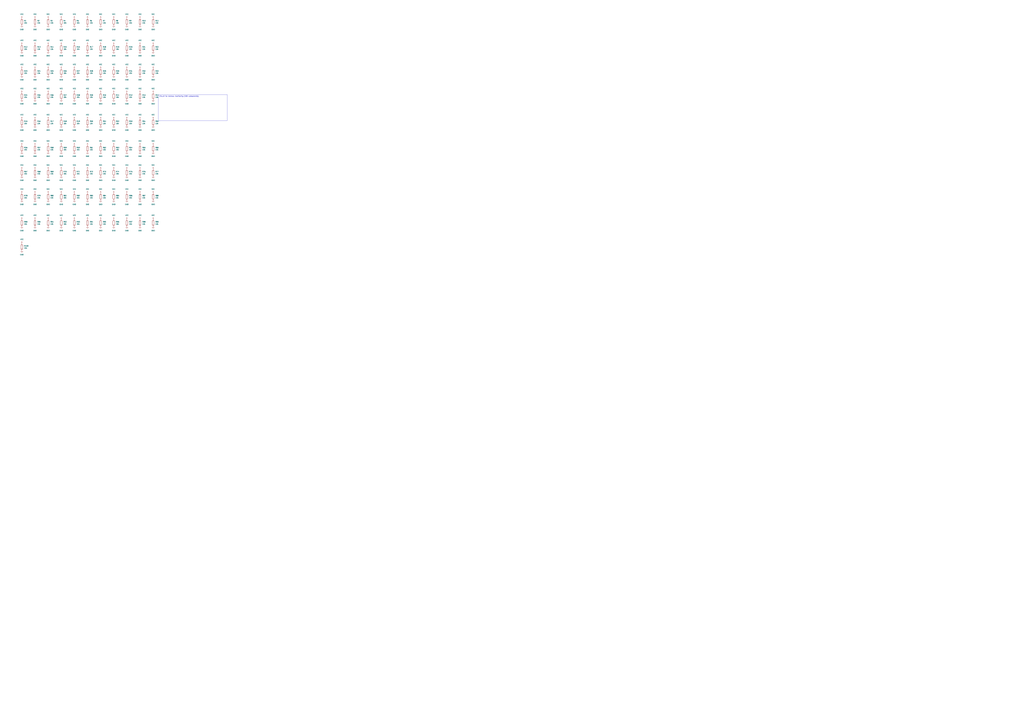
<source format=kicad_sch>
(kicad_sch (version 20250114) (generator "circuit_synth") (generator_version "0.8.36")
  (paper "A0")
  (title_block (title "memory_circuit"))
  (symbol (lib_id "Device:R") (at 25.4 25.4 0) (unit 1)
    (property "Reference" "R1" (at 27.94 24.1299 0) (effects (justify left)))
    (property "Value" "10k" (at 27.94 26.6699 0) (effects (justify left)))
    (property "Footprint" "Resistor_SMD:R_0603_1608Metric" (effects (hide yes)))
    (property "hierarchy_path" "/d3f74507-0ade-4d8f-b05d-0144ec089689" (effects (hide yes)))
    (property "project_name" "memory_circuit" (effects (hide yes)))
    (property "root_uuid" "d3f74507-0ade-4d8f-b05d-0144ec089689" (effects (hide yes)))
  )
  (symbol (lib_id "Device:R") (at 40.64 25.4 0) (unit 1)
    (property "Reference" "R2" (at 43.18 24.1299 0) (effects (justify left)))
    (property "Value" "10k" (at 43.18 26.6699 0) (effects (justify left)))
    (property "Footprint" "Resistor_SMD:R_0603_1608Metric" (effects (hide yes)))
    (property "hierarchy_path" "/d3f74507-0ade-4d8f-b05d-0144ec089689" (effects (hide yes)))
    (property "project_name" "memory_circuit" (effects (hide yes)))
    (property "root_uuid" "d3f74507-0ade-4d8f-b05d-0144ec089689" (effects (hide yes)))
  )
  (symbol (lib_id "Device:R") (at 55.88 25.4 0) (unit 1)
    (property "Reference" "R3" (at 58.42 24.1299 0) (effects (justify left)))
    (property "Value" "10k" (at 58.42 26.6699 0) (effects (justify left)))
    (property "Footprint" "Resistor_SMD:R_0603_1608Metric" (effects (hide yes)))
    (property "hierarchy_path" "/d3f74507-0ade-4d8f-b05d-0144ec089689" (effects (hide yes)))
    (property "project_name" "memory_circuit" (effects (hide yes)))
    (property "root_uuid" "d3f74507-0ade-4d8f-b05d-0144ec089689" (effects (hide yes)))
  )
  (symbol (lib_id "Device:R") (at 71.12 25.4 0) (unit 1)
    (property "Reference" "R4" (at 73.66 24.1299 0) (effects (justify left)))
    (property "Value" "10k" (at 73.66 26.6699 0) (effects (justify left)))
    (property "Footprint" "Resistor_SMD:R_0603_1608Metric" (effects (hide yes)))
    (property "hierarchy_path" "/d3f74507-0ade-4d8f-b05d-0144ec089689" (effects (hide yes)))
    (property "project_name" "memory_circuit" (effects (hide yes)))
    (property "root_uuid" "d3f74507-0ade-4d8f-b05d-0144ec089689" (effects (hide yes)))
  )
  (symbol (lib_id "Device:R") (at 86.36 25.4 0) (unit 1)
    (property "Reference" "R5" (at 88.9 24.1299 0) (effects (justify left)))
    (property "Value" "10k" (at 88.9 26.6699 0) (effects (justify left)))
    (property "Footprint" "Resistor_SMD:R_0603_1608Metric" (effects (hide yes)))
    (property "hierarchy_path" "/d3f74507-0ade-4d8f-b05d-0144ec089689" (effects (hide yes)))
    (property "project_name" "memory_circuit" (effects (hide yes)))
    (property "root_uuid" "d3f74507-0ade-4d8f-b05d-0144ec089689" (effects (hide yes)))
  )
  (symbol (lib_id "Device:R") (at 101.6 25.4 0) (unit 1)
    (property "Reference" "R6" (at 104.14 24.1299 0) (effects (justify left)))
    (property "Value" "10k" (at 104.14 26.6699 0) (effects (justify left)))
    (property "Footprint" "Resistor_SMD:R_0603_1608Metric" (effects (hide yes)))
    (property "hierarchy_path" "/d3f74507-0ade-4d8f-b05d-0144ec089689" (effects (hide yes)))
    (property "project_name" "memory_circuit" (effects (hide yes)))
    (property "root_uuid" "d3f74507-0ade-4d8f-b05d-0144ec089689" (effects (hide yes)))
  )
  (symbol (lib_id "Device:R") (at 116.84 25.4 0) (unit 1)
    (property "Reference" "R7" (at 119.38 24.1299 0) (effects (justify left)))
    (property "Value" "10k" (at 119.38 26.6699 0) (effects (justify left)))
    (property "Footprint" "Resistor_SMD:R_0603_1608Metric" (effects (hide yes)))
    (property "hierarchy_path" "/d3f74507-0ade-4d8f-b05d-0144ec089689" (effects (hide yes)))
    (property "project_name" "memory_circuit" (effects (hide yes)))
    (property "root_uuid" "d3f74507-0ade-4d8f-b05d-0144ec089689" (effects (hide yes)))
  )
  (symbol (lib_id "Device:R") (at 132.08 25.4 0) (unit 1)
    (property "Reference" "R8" (at 134.62 24.1299 0) (effects (justify left)))
    (property "Value" "10k" (at 134.62 26.6699 0) (effects (justify left)))
    (property "Footprint" "Resistor_SMD:R_0603_1608Metric" (effects (hide yes)))
    (property "hierarchy_path" "/d3f74507-0ade-4d8f-b05d-0144ec089689" (effects (hide yes)))
    (property "project_name" "memory_circuit" (effects (hide yes)))
    (property "root_uuid" "d3f74507-0ade-4d8f-b05d-0144ec089689" (effects (hide yes)))
  )
  (symbol (lib_id "Device:R") (at 147.32 25.4 0) (unit 1)
    (property "Reference" "R9" (at 149.86 24.1299 0) (effects (justify left)))
    (property "Value" "10k" (at 149.86 26.6699 0) (effects (justify left)))
    (property "Footprint" "Resistor_SMD:R_0603_1608Metric" (effects (hide yes)))
    (property "hierarchy_path" "/d3f74507-0ade-4d8f-b05d-0144ec089689" (effects (hide yes)))
    (property "project_name" "memory_circuit" (effects (hide yes)))
    (property "root_uuid" "d3f74507-0ade-4d8f-b05d-0144ec089689" (effects (hide yes)))
  )
  (symbol (lib_id "Device:R") (at 162.56 25.4 0) (unit 1)
    (property "Reference" "R10" (at 165.1 24.1299 0) (effects (justify left)))
    (property "Value" "10k" (at 165.1 26.6699 0) (effects (justify left)))
    (property "Footprint" "Resistor_SMD:R_0603_1608Metric" (effects (hide yes)))
    (property "hierarchy_path" "/d3f74507-0ade-4d8f-b05d-0144ec089689" (effects (hide yes)))
    (property "project_name" "memory_circuit" (effects (hide yes)))
    (property "root_uuid" "d3f74507-0ade-4d8f-b05d-0144ec089689" (effects (hide yes)))
  )
  (symbol (lib_id "Device:R") (at 177.8 25.4 0) (unit 1)
    (property "Reference" "R11" (at 180.34 24.1299 0) (effects (justify left)))
    (property "Value" "10k" (at 180.34 26.6699 0) (effects (justify left)))
    (property "Footprint" "Resistor_SMD:R_0603_1608Metric" (effects (hide yes)))
    (property "hierarchy_path" "/d3f74507-0ade-4d8f-b05d-0144ec089689" (effects (hide yes)))
    (property "project_name" "memory_circuit" (effects (hide yes)))
    (property "root_uuid" "d3f74507-0ade-4d8f-b05d-0144ec089689" (effects (hide yes)))
  )
  (symbol (lib_id "Device:R") (at 25.4 55.88 0) (unit 1)
    (property "Reference" "R12" (at 27.94 54.6099 0) (effects (justify left)))
    (property "Value" "10k" (at 27.94 57.1499 0) (effects (justify left)))
    (property "Footprint" "Resistor_SMD:R_0603_1608Metric" (effects (hide yes)))
    (property "hierarchy_path" "/d3f74507-0ade-4d8f-b05d-0144ec089689" (effects (hide yes)))
    (property "project_name" "memory_circuit" (effects (hide yes)))
    (property "root_uuid" "d3f74507-0ade-4d8f-b05d-0144ec089689" (effects (hide yes)))
  )
  (symbol (lib_id "Device:R") (at 40.64 55.88 0) (unit 1)
    (property "Reference" "R13" (at 43.18 54.6099 0) (effects (justify left)))
    (property "Value" "10k" (at 43.18 57.1499 0) (effects (justify left)))
    (property "Footprint" "Resistor_SMD:R_0603_1608Metric" (effects (hide yes)))
    (property "hierarchy_path" "/d3f74507-0ade-4d8f-b05d-0144ec089689" (effects (hide yes)))
    (property "project_name" "memory_circuit" (effects (hide yes)))
    (property "root_uuid" "d3f74507-0ade-4d8f-b05d-0144ec089689" (effects (hide yes)))
  )
  (symbol (lib_id "Device:R") (at 55.88 55.88 0) (unit 1)
    (property "Reference" "R14" (at 58.42 54.6099 0) (effects (justify left)))
    (property "Value" "10k" (at 58.42 57.1499 0) (effects (justify left)))
    (property "Footprint" "Resistor_SMD:R_0603_1608Metric" (effects (hide yes)))
    (property "hierarchy_path" "/d3f74507-0ade-4d8f-b05d-0144ec089689" (effects (hide yes)))
    (property "project_name" "memory_circuit" (effects (hide yes)))
    (property "root_uuid" "d3f74507-0ade-4d8f-b05d-0144ec089689" (effects (hide yes)))
  )
  (symbol (lib_id "Device:R") (at 71.12 55.88 0) (unit 1)
    (property "Reference" "R15" (at 73.66 54.6099 0) (effects (justify left)))
    (property "Value" "10k" (at 73.66 57.1499 0) (effects (justify left)))
    (property "Footprint" "Resistor_SMD:R_0603_1608Metric" (effects (hide yes)))
    (property "hierarchy_path" "/d3f74507-0ade-4d8f-b05d-0144ec089689" (effects (hide yes)))
    (property "project_name" "memory_circuit" (effects (hide yes)))
    (property "root_uuid" "d3f74507-0ade-4d8f-b05d-0144ec089689" (effects (hide yes)))
  )
  (symbol (lib_id "Device:R") (at 86.36 55.88 0) (unit 1)
    (property "Reference" "R16" (at 88.9 54.6099 0) (effects (justify left)))
    (property "Value" "10k" (at 88.9 57.1499 0) (effects (justify left)))
    (property "Footprint" "Resistor_SMD:R_0603_1608Metric" (effects (hide yes)))
    (property "hierarchy_path" "/d3f74507-0ade-4d8f-b05d-0144ec089689" (effects (hide yes)))
    (property "project_name" "memory_circuit" (effects (hide yes)))
    (property "root_uuid" "d3f74507-0ade-4d8f-b05d-0144ec089689" (effects (hide yes)))
  )
  (symbol (lib_id "Device:R") (at 101.6 55.88 0) (unit 1)
    (property "Reference" "R17" (at 104.14 54.6099 0) (effects (justify left)))
    (property "Value" "10k" (at 104.14 57.1499 0) (effects (justify left)))
    (property "Footprint" "Resistor_SMD:R_0603_1608Metric" (effects (hide yes)))
    (property "hierarchy_path" "/d3f74507-0ade-4d8f-b05d-0144ec089689" (effects (hide yes)))
    (property "project_name" "memory_circuit" (effects (hide yes)))
    (property "root_uuid" "d3f74507-0ade-4d8f-b05d-0144ec089689" (effects (hide yes)))
  )
  (symbol (lib_id "Device:R") (at 116.84 55.88 0) (unit 1)
    (property "Reference" "R18" (at 119.38 54.6099 0) (effects (justify left)))
    (property "Value" "10k" (at 119.38 57.1499 0) (effects (justify left)))
    (property "Footprint" "Resistor_SMD:R_0603_1608Metric" (effects (hide yes)))
    (property "hierarchy_path" "/d3f74507-0ade-4d8f-b05d-0144ec089689" (effects (hide yes)))
    (property "project_name" "memory_circuit" (effects (hide yes)))
    (property "root_uuid" "d3f74507-0ade-4d8f-b05d-0144ec089689" (effects (hide yes)))
  )
  (symbol (lib_id "Device:R") (at 132.08 55.88 0) (unit 1)
    (property "Reference" "R19" (at 134.62 54.6099 0) (effects (justify left)))
    (property "Value" "10k" (at 134.62 57.1499 0) (effects (justify left)))
    (property "Footprint" "Resistor_SMD:R_0603_1608Metric" (effects (hide yes)))
    (property "hierarchy_path" "/d3f74507-0ade-4d8f-b05d-0144ec089689" (effects (hide yes)))
    (property "project_name" "memory_circuit" (effects (hide yes)))
    (property "root_uuid" "d3f74507-0ade-4d8f-b05d-0144ec089689" (effects (hide yes)))
  )
  (symbol (lib_id "Device:R") (at 147.32 55.88 0) (unit 1)
    (property "Reference" "R20" (at 149.86 54.6099 0) (effects (justify left)))
    (property "Value" "10k" (at 149.86 57.1499 0) (effects (justify left)))
    (property "Footprint" "Resistor_SMD:R_0603_1608Metric" (effects (hide yes)))
    (property "hierarchy_path" "/d3f74507-0ade-4d8f-b05d-0144ec089689" (effects (hide yes)))
    (property "project_name" "memory_circuit" (effects (hide yes)))
    (property "root_uuid" "d3f74507-0ade-4d8f-b05d-0144ec089689" (effects (hide yes)))
  )
  (symbol (lib_id "Device:R") (at 162.56 55.88 0) (unit 1)
    (property "Reference" "R21" (at 165.1 54.6099 0) (effects (justify left)))
    (property "Value" "10k" (at 165.1 57.1499 0) (effects (justify left)))
    (property "Footprint" "Resistor_SMD:R_0603_1608Metric" (effects (hide yes)))
    (property "hierarchy_path" "/d3f74507-0ade-4d8f-b05d-0144ec089689" (effects (hide yes)))
    (property "project_name" "memory_circuit" (effects (hide yes)))
    (property "root_uuid" "d3f74507-0ade-4d8f-b05d-0144ec089689" (effects (hide yes)))
  )
  (symbol (lib_id "Device:R") (at 177.8 55.88 0) (unit 1)
    (property "Reference" "R22" (at 180.34 54.6099 0) (effects (justify left)))
    (property "Value" "10k" (at 180.34 57.1499 0) (effects (justify left)))
    (property "Footprint" "Resistor_SMD:R_0603_1608Metric" (effects (hide yes)))
    (property "hierarchy_path" "/d3f74507-0ade-4d8f-b05d-0144ec089689" (effects (hide yes)))
    (property "project_name" "memory_circuit" (effects (hide yes)))
    (property "root_uuid" "d3f74507-0ade-4d8f-b05d-0144ec089689" (effects (hide yes)))
  )
  (symbol (lib_id "Device:R") (at 25.4 83.82 0) (unit 1)
    (property "Reference" "R23" (at 27.94 82.5499 0) (effects (justify left)))
    (property "Value" "10k" (at 27.94 85.0899 0) (effects (justify left)))
    (property "Footprint" "Resistor_SMD:R_0603_1608Metric" (effects (hide yes)))
    (property "hierarchy_path" "/d3f74507-0ade-4d8f-b05d-0144ec089689" (effects (hide yes)))
    (property "project_name" "memory_circuit" (effects (hide yes)))
    (property "root_uuid" "d3f74507-0ade-4d8f-b05d-0144ec089689" (effects (hide yes)))
  )
  (symbol (lib_id "Device:R") (at 40.64 83.82 0) (unit 1)
    (property "Reference" "R24" (at 43.18 82.5499 0) (effects (justify left)))
    (property "Value" "10k" (at 43.18 85.0899 0) (effects (justify left)))
    (property "Footprint" "Resistor_SMD:R_0603_1608Metric" (effects (hide yes)))
    (property "hierarchy_path" "/d3f74507-0ade-4d8f-b05d-0144ec089689" (effects (hide yes)))
    (property "project_name" "memory_circuit" (effects (hide yes)))
    (property "root_uuid" "d3f74507-0ade-4d8f-b05d-0144ec089689" (effects (hide yes)))
  )
  (symbol (lib_id "Device:R") (at 55.88 83.82 0) (unit 1)
    (property "Reference" "R25" (at 58.42 82.5499 0) (effects (justify left)))
    (property "Value" "10k" (at 58.42 85.0899 0) (effects (justify left)))
    (property "Footprint" "Resistor_SMD:R_0603_1608Metric" (effects (hide yes)))
    (property "hierarchy_path" "/d3f74507-0ade-4d8f-b05d-0144ec089689" (effects (hide yes)))
    (property "project_name" "memory_circuit" (effects (hide yes)))
    (property "root_uuid" "d3f74507-0ade-4d8f-b05d-0144ec089689" (effects (hide yes)))
  )
  (symbol (lib_id "Device:R") (at 71.12 83.82 0) (unit 1)
    (property "Reference" "R26" (at 73.66 82.5499 0) (effects (justify left)))
    (property "Value" "10k" (at 73.66 85.0899 0) (effects (justify left)))
    (property "Footprint" "Resistor_SMD:R_0603_1608Metric" (effects (hide yes)))
    (property "hierarchy_path" "/d3f74507-0ade-4d8f-b05d-0144ec089689" (effects (hide yes)))
    (property "project_name" "memory_circuit" (effects (hide yes)))
    (property "root_uuid" "d3f74507-0ade-4d8f-b05d-0144ec089689" (effects (hide yes)))
  )
  (symbol (lib_id "Device:R") (at 86.36 83.82 0) (unit 1)
    (property "Reference" "R27" (at 88.9 82.5499 0) (effects (justify left)))
    (property "Value" "10k" (at 88.9 85.0899 0) (effects (justify left)))
    (property "Footprint" "Resistor_SMD:R_0603_1608Metric" (effects (hide yes)))
    (property "hierarchy_path" "/d3f74507-0ade-4d8f-b05d-0144ec089689" (effects (hide yes)))
    (property "project_name" "memory_circuit" (effects (hide yes)))
    (property "root_uuid" "d3f74507-0ade-4d8f-b05d-0144ec089689" (effects (hide yes)))
  )
  (symbol (lib_id "Device:R") (at 101.6 83.82 0) (unit 1)
    (property "Reference" "R28" (at 104.14 82.5499 0) (effects (justify left)))
    (property "Value" "10k" (at 104.14 85.0899 0) (effects (justify left)))
    (property "Footprint" "Resistor_SMD:R_0603_1608Metric" (effects (hide yes)))
    (property "hierarchy_path" "/d3f74507-0ade-4d8f-b05d-0144ec089689" (effects (hide yes)))
    (property "project_name" "memory_circuit" (effects (hide yes)))
    (property "root_uuid" "d3f74507-0ade-4d8f-b05d-0144ec089689" (effects (hide yes)))
  )
  (symbol (lib_id "Device:R") (at 116.84 83.82 0) (unit 1)
    (property "Reference" "R29" (at 119.38 82.5499 0) (effects (justify left)))
    (property "Value" "10k" (at 119.38 85.0899 0) (effects (justify left)))
    (property "Footprint" "Resistor_SMD:R_0603_1608Metric" (effects (hide yes)))
    (property "hierarchy_path" "/d3f74507-0ade-4d8f-b05d-0144ec089689" (effects (hide yes)))
    (property "project_name" "memory_circuit" (effects (hide yes)))
    (property "root_uuid" "d3f74507-0ade-4d8f-b05d-0144ec089689" (effects (hide yes)))
  )
  (symbol (lib_id "Device:R") (at 132.08 83.82 0) (unit 1)
    (property "Reference" "R30" (at 134.62 82.5499 0) (effects (justify left)))
    (property "Value" "10k" (at 134.62 85.0899 0) (effects (justify left)))
    (property "Footprint" "Resistor_SMD:R_0603_1608Metric" (effects (hide yes)))
    (property "hierarchy_path" "/d3f74507-0ade-4d8f-b05d-0144ec089689" (effects (hide yes)))
    (property "project_name" "memory_circuit" (effects (hide yes)))
    (property "root_uuid" "d3f74507-0ade-4d8f-b05d-0144ec089689" (effects (hide yes)))
  )
  (symbol (lib_id "Device:R") (at 147.32 83.82 0) (unit 1)
    (property "Reference" "R31" (at 149.86 82.5499 0) (effects (justify left)))
    (property "Value" "10k" (at 149.86 85.0899 0) (effects (justify left)))
    (property "Footprint" "Resistor_SMD:R_0603_1608Metric" (effects (hide yes)))
    (property "hierarchy_path" "/d3f74507-0ade-4d8f-b05d-0144ec089689" (effects (hide yes)))
    (property "project_name" "memory_circuit" (effects (hide yes)))
    (property "root_uuid" "d3f74507-0ade-4d8f-b05d-0144ec089689" (effects (hide yes)))
  )
  (symbol (lib_id "Device:R") (at 162.56 83.82 0) (unit 1)
    (property "Reference" "R32" (at 165.1 82.5499 0) (effects (justify left)))
    (property "Value" "10k" (at 165.1 85.0899 0) (effects (justify left)))
    (property "Footprint" "Resistor_SMD:R_0603_1608Metric" (effects (hide yes)))
    (property "hierarchy_path" "/d3f74507-0ade-4d8f-b05d-0144ec089689" (effects (hide yes)))
    (property "project_name" "memory_circuit" (effects (hide yes)))
    (property "root_uuid" "d3f74507-0ade-4d8f-b05d-0144ec089689" (effects (hide yes)))
  )
  (symbol (lib_id "Device:R") (at 177.8 83.82 0) (unit 1)
    (property "Reference" "R33" (at 180.34 82.5499 0) (effects (justify left)))
    (property "Value" "10k" (at 180.34 85.0899 0) (effects (justify left)))
    (property "Footprint" "Resistor_SMD:R_0603_1608Metric" (effects (hide yes)))
    (property "hierarchy_path" "/d3f74507-0ade-4d8f-b05d-0144ec089689" (effects (hide yes)))
    (property "project_name" "memory_circuit" (effects (hide yes)))
    (property "root_uuid" "d3f74507-0ade-4d8f-b05d-0144ec089689" (effects (hide yes)))
  )
  (symbol (lib_id "Device:R") (at 25.4 111.76 0) (unit 1)
    (property "Reference" "R34" (at 27.94 110.4899 0) (effects (justify left)))
    (property "Value" "10k" (at 27.94 113.0299 0) (effects (justify left)))
    (property "Footprint" "Resistor_SMD:R_0603_1608Metric" (effects (hide yes)))
    (property "hierarchy_path" "/d3f74507-0ade-4d8f-b05d-0144ec089689" (effects (hide yes)))
    (property "project_name" "memory_circuit" (effects (hide yes)))
    (property "root_uuid" "d3f74507-0ade-4d8f-b05d-0144ec089689" (effects (hide yes)))
  )
  (symbol (lib_id "Device:R") (at 40.64 111.76 0) (unit 1)
    (property "Reference" "R35" (at 43.18 110.4899 0) (effects (justify left)))
    (property "Value" "10k" (at 43.18 113.0299 0) (effects (justify left)))
    (property "Footprint" "Resistor_SMD:R_0603_1608Metric" (effects (hide yes)))
    (property "hierarchy_path" "/d3f74507-0ade-4d8f-b05d-0144ec089689" (effects (hide yes)))
    (property "project_name" "memory_circuit" (effects (hide yes)))
    (property "root_uuid" "d3f74507-0ade-4d8f-b05d-0144ec089689" (effects (hide yes)))
  )
  (symbol (lib_id "Device:R") (at 55.88 111.76 0) (unit 1)
    (property "Reference" "R36" (at 58.42 110.4899 0) (effects (justify left)))
    (property "Value" "10k" (at 58.42 113.0299 0) (effects (justify left)))
    (property "Footprint" "Resistor_SMD:R_0603_1608Metric" (effects (hide yes)))
    (property "hierarchy_path" "/d3f74507-0ade-4d8f-b05d-0144ec089689" (effects (hide yes)))
    (property "project_name" "memory_circuit" (effects (hide yes)))
    (property "root_uuid" "d3f74507-0ade-4d8f-b05d-0144ec089689" (effects (hide yes)))
  )
  (symbol (lib_id "Device:R") (at 71.12 111.76 0) (unit 1)
    (property "Reference" "R37" (at 73.66 110.4899 0) (effects (justify left)))
    (property "Value" "10k" (at 73.66 113.0299 0) (effects (justify left)))
    (property "Footprint" "Resistor_SMD:R_0603_1608Metric" (effects (hide yes)))
    (property "hierarchy_path" "/d3f74507-0ade-4d8f-b05d-0144ec089689" (effects (hide yes)))
    (property "project_name" "memory_circuit" (effects (hide yes)))
    (property "root_uuid" "d3f74507-0ade-4d8f-b05d-0144ec089689" (effects (hide yes)))
  )
  (symbol (lib_id "Device:R") (at 86.36 111.76 0) (unit 1)
    (property "Reference" "R38" (at 88.9 110.4899 0) (effects (justify left)))
    (property "Value" "10k" (at 88.9 113.0299 0) (effects (justify left)))
    (property "Footprint" "Resistor_SMD:R_0603_1608Metric" (effects (hide yes)))
    (property "hierarchy_path" "/d3f74507-0ade-4d8f-b05d-0144ec089689" (effects (hide yes)))
    (property "project_name" "memory_circuit" (effects (hide yes)))
    (property "root_uuid" "d3f74507-0ade-4d8f-b05d-0144ec089689" (effects (hide yes)))
  )
  (symbol (lib_id "Device:R") (at 101.6 111.76 0) (unit 1)
    (property "Reference" "R39" (at 104.14 110.4899 0) (effects (justify left)))
    (property "Value" "10k" (at 104.14 113.0299 0) (effects (justify left)))
    (property "Footprint" "Resistor_SMD:R_0603_1608Metric" (effects (hide yes)))
    (property "hierarchy_path" "/d3f74507-0ade-4d8f-b05d-0144ec089689" (effects (hide yes)))
    (property "project_name" "memory_circuit" (effects (hide yes)))
    (property "root_uuid" "d3f74507-0ade-4d8f-b05d-0144ec089689" (effects (hide yes)))
  )
  (symbol (lib_id "Device:R") (at 116.84 111.76 0) (unit 1)
    (property "Reference" "R40" (at 119.38 110.4899 0) (effects (justify left)))
    (property "Value" "10k" (at 119.38 113.0299 0) (effects (justify left)))
    (property "Footprint" "Resistor_SMD:R_0603_1608Metric" (effects (hide yes)))
    (property "hierarchy_path" "/d3f74507-0ade-4d8f-b05d-0144ec089689" (effects (hide yes)))
    (property "project_name" "memory_circuit" (effects (hide yes)))
    (property "root_uuid" "d3f74507-0ade-4d8f-b05d-0144ec089689" (effects (hide yes)))
  )
  (symbol (lib_id "Device:R") (at 132.08 111.76 0) (unit 1)
    (property "Reference" "R41" (at 134.62 110.4899 0) (effects (justify left)))
    (property "Value" "10k" (at 134.62 113.0299 0) (effects (justify left)))
    (property "Footprint" "Resistor_SMD:R_0603_1608Metric" (effects (hide yes)))
    (property "hierarchy_path" "/d3f74507-0ade-4d8f-b05d-0144ec089689" (effects (hide yes)))
    (property "project_name" "memory_circuit" (effects (hide yes)))
    (property "root_uuid" "d3f74507-0ade-4d8f-b05d-0144ec089689" (effects (hide yes)))
  )
  (symbol (lib_id "Device:R") (at 147.32 111.76 0) (unit 1)
    (property "Reference" "R42" (at 149.86 110.4899 0) (effects (justify left)))
    (property "Value" "10k" (at 149.86 113.0299 0) (effects (justify left)))
    (property "Footprint" "Resistor_SMD:R_0603_1608Metric" (effects (hide yes)))
    (property "hierarchy_path" "/d3f74507-0ade-4d8f-b05d-0144ec089689" (effects (hide yes)))
    (property "project_name" "memory_circuit" (effects (hide yes)))
    (property "root_uuid" "d3f74507-0ade-4d8f-b05d-0144ec089689" (effects (hide yes)))
  )
  (symbol (lib_id "Device:R") (at 162.56 111.76 0) (unit 1)
    (property "Reference" "R43" (at 165.1 110.4899 0) (effects (justify left)))
    (property "Value" "10k" (at 165.1 113.0299 0) (effects (justify left)))
    (property "Footprint" "Resistor_SMD:R_0603_1608Metric" (effects (hide yes)))
    (property "hierarchy_path" "/d3f74507-0ade-4d8f-b05d-0144ec089689" (effects (hide yes)))
    (property "project_name" "memory_circuit" (effects (hide yes)))
    (property "root_uuid" "d3f74507-0ade-4d8f-b05d-0144ec089689" (effects (hide yes)))
  )
  (symbol (lib_id "Device:R") (at 177.8 111.76 0) (unit 1)
    (property "Reference" "R44" (at 180.34 110.4899 0) (effects (justify left)))
    (property "Value" "10k" (at 180.34 113.0299 0) (effects (justify left)))
    (property "Footprint" "Resistor_SMD:R_0603_1608Metric" (effects (hide yes)))
    (property "hierarchy_path" "/d3f74507-0ade-4d8f-b05d-0144ec089689" (effects (hide yes)))
    (property "project_name" "memory_circuit" (effects (hide yes)))
    (property "root_uuid" "d3f74507-0ade-4d8f-b05d-0144ec089689" (effects (hide yes)))
  )
  (symbol (lib_id "Device:R") (at 25.4 142.24 0) (unit 1)
    (property "Reference" "R45" (at 27.94 140.9699 0) (effects (justify left)))
    (property "Value" "10k" (at 27.94 143.5099 0) (effects (justify left)))
    (property "Footprint" "Resistor_SMD:R_0603_1608Metric" (effects (hide yes)))
    (property "hierarchy_path" "/d3f74507-0ade-4d8f-b05d-0144ec089689" (effects (hide yes)))
    (property "project_name" "memory_circuit" (effects (hide yes)))
    (property "root_uuid" "d3f74507-0ade-4d8f-b05d-0144ec089689" (effects (hide yes)))
  )
  (symbol (lib_id "Device:R") (at 40.64 142.24 0) (unit 1)
    (property "Reference" "R46" (at 43.18 140.9699 0) (effects (justify left)))
    (property "Value" "10k" (at 43.18 143.5099 0) (effects (justify left)))
    (property "Footprint" "Resistor_SMD:R_0603_1608Metric" (effects (hide yes)))
    (property "hierarchy_path" "/d3f74507-0ade-4d8f-b05d-0144ec089689" (effects (hide yes)))
    (property "project_name" "memory_circuit" (effects (hide yes)))
    (property "root_uuid" "d3f74507-0ade-4d8f-b05d-0144ec089689" (effects (hide yes)))
  )
  (symbol (lib_id "Device:R") (at 55.88 142.24 0) (unit 1)
    (property "Reference" "R47" (at 58.42 140.9699 0) (effects (justify left)))
    (property "Value" "10k" (at 58.42 143.5099 0) (effects (justify left)))
    (property "Footprint" "Resistor_SMD:R_0603_1608Metric" (effects (hide yes)))
    (property "hierarchy_path" "/d3f74507-0ade-4d8f-b05d-0144ec089689" (effects (hide yes)))
    (property "project_name" "memory_circuit" (effects (hide yes)))
    (property "root_uuid" "d3f74507-0ade-4d8f-b05d-0144ec089689" (effects (hide yes)))
  )
  (symbol (lib_id "Device:R") (at 71.12 142.24 0) (unit 1)
    (property "Reference" "R48" (at 73.66 140.9699 0) (effects (justify left)))
    (property "Value" "10k" (at 73.66 143.5099 0) (effects (justify left)))
    (property "Footprint" "Resistor_SMD:R_0603_1608Metric" (effects (hide yes)))
    (property "hierarchy_path" "/d3f74507-0ade-4d8f-b05d-0144ec089689" (effects (hide yes)))
    (property "project_name" "memory_circuit" (effects (hide yes)))
    (property "root_uuid" "d3f74507-0ade-4d8f-b05d-0144ec089689" (effects (hide yes)))
  )
  (symbol (lib_id "Device:R") (at 86.36 142.24 0) (unit 1)
    (property "Reference" "R49" (at 88.9 140.9699 0) (effects (justify left)))
    (property "Value" "10k" (at 88.9 143.5099 0) (effects (justify left)))
    (property "Footprint" "Resistor_SMD:R_0603_1608Metric" (effects (hide yes)))
    (property "hierarchy_path" "/d3f74507-0ade-4d8f-b05d-0144ec089689" (effects (hide yes)))
    (property "project_name" "memory_circuit" (effects (hide yes)))
    (property "root_uuid" "d3f74507-0ade-4d8f-b05d-0144ec089689" (effects (hide yes)))
  )
  (symbol (lib_id "Device:R") (at 101.6 142.24 0) (unit 1)
    (property "Reference" "R50" (at 104.14 140.9699 0) (effects (justify left)))
    (property "Value" "10k" (at 104.14 143.5099 0) (effects (justify left)))
    (property "Footprint" "Resistor_SMD:R_0603_1608Metric" (effects (hide yes)))
    (property "hierarchy_path" "/d3f74507-0ade-4d8f-b05d-0144ec089689" (effects (hide yes)))
    (property "project_name" "memory_circuit" (effects (hide yes)))
    (property "root_uuid" "d3f74507-0ade-4d8f-b05d-0144ec089689" (effects (hide yes)))
  )
  (symbol (lib_id "Device:R") (at 116.84 142.24 0) (unit 1)
    (property "Reference" "R51" (at 119.38 140.9699 0) (effects (justify left)))
    (property "Value" "10k" (at 119.38 143.5099 0) (effects (justify left)))
    (property "Footprint" "Resistor_SMD:R_0603_1608Metric" (effects (hide yes)))
    (property "hierarchy_path" "/d3f74507-0ade-4d8f-b05d-0144ec089689" (effects (hide yes)))
    (property "project_name" "memory_circuit" (effects (hide yes)))
    (property "root_uuid" "d3f74507-0ade-4d8f-b05d-0144ec089689" (effects (hide yes)))
  )
  (symbol (lib_id "Device:R") (at 132.08 142.24 0) (unit 1)
    (property "Reference" "R52" (at 134.62 140.9699 0) (effects (justify left)))
    (property "Value" "10k" (at 134.62 143.5099 0) (effects (justify left)))
    (property "Footprint" "Resistor_SMD:R_0603_1608Metric" (effects (hide yes)))
    (property "hierarchy_path" "/d3f74507-0ade-4d8f-b05d-0144ec089689" (effects (hide yes)))
    (property "project_name" "memory_circuit" (effects (hide yes)))
    (property "root_uuid" "d3f74507-0ade-4d8f-b05d-0144ec089689" (effects (hide yes)))
  )
  (symbol (lib_id "Device:R") (at 147.32 142.24 0) (unit 1)
    (property "Reference" "R53" (at 149.86 140.9699 0) (effects (justify left)))
    (property "Value" "10k" (at 149.86 143.5099 0) (effects (justify left)))
    (property "Footprint" "Resistor_SMD:R_0603_1608Metric" (effects (hide yes)))
    (property "hierarchy_path" "/d3f74507-0ade-4d8f-b05d-0144ec089689" (effects (hide yes)))
    (property "project_name" "memory_circuit" (effects (hide yes)))
    (property "root_uuid" "d3f74507-0ade-4d8f-b05d-0144ec089689" (effects (hide yes)))
  )
  (symbol (lib_id "Device:R") (at 162.56 142.24 0) (unit 1)
    (property "Reference" "R54" (at 165.1 140.9699 0) (effects (justify left)))
    (property "Value" "10k" (at 165.1 143.5099 0) (effects (justify left)))
    (property "Footprint" "Resistor_SMD:R_0603_1608Metric" (effects (hide yes)))
    (property "hierarchy_path" "/d3f74507-0ade-4d8f-b05d-0144ec089689" (effects (hide yes)))
    (property "project_name" "memory_circuit" (effects (hide yes)))
    (property "root_uuid" "d3f74507-0ade-4d8f-b05d-0144ec089689" (effects (hide yes)))
  )
  (symbol (lib_id "Device:R") (at 177.8 142.24 0) (unit 1)
    (property "Reference" "R55" (at 180.34 140.9699 0) (effects (justify left)))
    (property "Value" "10k" (at 180.34 143.5099 0) (effects (justify left)))
    (property "Footprint" "Resistor_SMD:R_0603_1608Metric" (effects (hide yes)))
    (property "hierarchy_path" "/d3f74507-0ade-4d8f-b05d-0144ec089689" (effects (hide yes)))
    (property "project_name" "memory_circuit" (effects (hide yes)))
    (property "root_uuid" "d3f74507-0ade-4d8f-b05d-0144ec089689" (effects (hide yes)))
  )
  (symbol (lib_id "Device:R") (at 25.4 172.72 0) (unit 1)
    (property "Reference" "R56" (at 27.94 171.4499 0) (effects (justify left)))
    (property "Value" "10k" (at 27.94 173.9899 0) (effects (justify left)))
    (property "Footprint" "Resistor_SMD:R_0603_1608Metric" (effects (hide yes)))
    (property "hierarchy_path" "/d3f74507-0ade-4d8f-b05d-0144ec089689" (effects (hide yes)))
    (property "project_name" "memory_circuit" (effects (hide yes)))
    (property "root_uuid" "d3f74507-0ade-4d8f-b05d-0144ec089689" (effects (hide yes)))
  )
  (symbol (lib_id "Device:R") (at 40.64 172.72 0) (unit 1)
    (property "Reference" "R57" (at 43.18 171.4499 0) (effects (justify left)))
    (property "Value" "10k" (at 43.18 173.9899 0) (effects (justify left)))
    (property "Footprint" "Resistor_SMD:R_0603_1608Metric" (effects (hide yes)))
    (property "hierarchy_path" "/d3f74507-0ade-4d8f-b05d-0144ec089689" (effects (hide yes)))
    (property "project_name" "memory_circuit" (effects (hide yes)))
    (property "root_uuid" "d3f74507-0ade-4d8f-b05d-0144ec089689" (effects (hide yes)))
  )
  (symbol (lib_id "Device:R") (at 55.88 172.72 0) (unit 1)
    (property "Reference" "R58" (at 58.42 171.4499 0) (effects (justify left)))
    (property "Value" "10k" (at 58.42 173.9899 0) (effects (justify left)))
    (property "Footprint" "Resistor_SMD:R_0603_1608Metric" (effects (hide yes)))
    (property "hierarchy_path" "/d3f74507-0ade-4d8f-b05d-0144ec089689" (effects (hide yes)))
    (property "project_name" "memory_circuit" (effects (hide yes)))
    (property "root_uuid" "d3f74507-0ade-4d8f-b05d-0144ec089689" (effects (hide yes)))
  )
  (symbol (lib_id "Device:R") (at 71.12 172.72 0) (unit 1)
    (property "Reference" "R59" (at 73.66 171.4499 0) (effects (justify left)))
    (property "Value" "10k" (at 73.66 173.9899 0) (effects (justify left)))
    (property "Footprint" "Resistor_SMD:R_0603_1608Metric" (effects (hide yes)))
    (property "hierarchy_path" "/d3f74507-0ade-4d8f-b05d-0144ec089689" (effects (hide yes)))
    (property "project_name" "memory_circuit" (effects (hide yes)))
    (property "root_uuid" "d3f74507-0ade-4d8f-b05d-0144ec089689" (effects (hide yes)))
  )
  (symbol (lib_id "Device:R") (at 86.36 172.72 0) (unit 1)
    (property "Reference" "R60" (at 88.9 171.4499 0) (effects (justify left)))
    (property "Value" "10k" (at 88.9 173.9899 0) (effects (justify left)))
    (property "Footprint" "Resistor_SMD:R_0603_1608Metric" (effects (hide yes)))
    (property "hierarchy_path" "/d3f74507-0ade-4d8f-b05d-0144ec089689" (effects (hide yes)))
    (property "project_name" "memory_circuit" (effects (hide yes)))
    (property "root_uuid" "d3f74507-0ade-4d8f-b05d-0144ec089689" (effects (hide yes)))
  )
  (symbol (lib_id "Device:R") (at 101.6 172.72 0) (unit 1)
    (property "Reference" "R61" (at 104.14 171.4499 0) (effects (justify left)))
    (property "Value" "10k" (at 104.14 173.9899 0) (effects (justify left)))
    (property "Footprint" "Resistor_SMD:R_0603_1608Metric" (effects (hide yes)))
    (property "hierarchy_path" "/d3f74507-0ade-4d8f-b05d-0144ec089689" (effects (hide yes)))
    (property "project_name" "memory_circuit" (effects (hide yes)))
    (property "root_uuid" "d3f74507-0ade-4d8f-b05d-0144ec089689" (effects (hide yes)))
  )
  (symbol (lib_id "Device:R") (at 116.84 172.72 0) (unit 1)
    (property "Reference" "R62" (at 119.38 171.4499 0) (effects (justify left)))
    (property "Value" "10k" (at 119.38 173.9899 0) (effects (justify left)))
    (property "Footprint" "Resistor_SMD:R_0603_1608Metric" (effects (hide yes)))
    (property "hierarchy_path" "/d3f74507-0ade-4d8f-b05d-0144ec089689" (effects (hide yes)))
    (property "project_name" "memory_circuit" (effects (hide yes)))
    (property "root_uuid" "d3f74507-0ade-4d8f-b05d-0144ec089689" (effects (hide yes)))
  )
  (symbol (lib_id "Device:R") (at 132.08 172.72 0) (unit 1)
    (property "Reference" "R63" (at 134.62 171.4499 0) (effects (justify left)))
    (property "Value" "10k" (at 134.62 173.9899 0) (effects (justify left)))
    (property "Footprint" "Resistor_SMD:R_0603_1608Metric" (effects (hide yes)))
    (property "hierarchy_path" "/d3f74507-0ade-4d8f-b05d-0144ec089689" (effects (hide yes)))
    (property "project_name" "memory_circuit" (effects (hide yes)))
    (property "root_uuid" "d3f74507-0ade-4d8f-b05d-0144ec089689" (effects (hide yes)))
  )
  (symbol (lib_id "Device:R") (at 147.32 172.72 0) (unit 1)
    (property "Reference" "R64" (at 149.86 171.4499 0) (effects (justify left)))
    (property "Value" "10k" (at 149.86 173.9899 0) (effects (justify left)))
    (property "Footprint" "Resistor_SMD:R_0603_1608Metric" (effects (hide yes)))
    (property "hierarchy_path" "/d3f74507-0ade-4d8f-b05d-0144ec089689" (effects (hide yes)))
    (property "project_name" "memory_circuit" (effects (hide yes)))
    (property "root_uuid" "d3f74507-0ade-4d8f-b05d-0144ec089689" (effects (hide yes)))
  )
  (symbol (lib_id "Device:R") (at 162.56 172.72 0) (unit 1)
    (property "Reference" "R65" (at 165.1 171.4499 0) (effects (justify left)))
    (property "Value" "10k" (at 165.1 173.9899 0) (effects (justify left)))
    (property "Footprint" "Resistor_SMD:R_0603_1608Metric" (effects (hide yes)))
    (property "hierarchy_path" "/d3f74507-0ade-4d8f-b05d-0144ec089689" (effects (hide yes)))
    (property "project_name" "memory_circuit" (effects (hide yes)))
    (property "root_uuid" "d3f74507-0ade-4d8f-b05d-0144ec089689" (effects (hide yes)))
  )
  (symbol (lib_id "Device:R") (at 177.8 172.72 0) (unit 1)
    (property "Reference" "R66" (at 180.34 171.4499 0) (effects (justify left)))
    (property "Value" "10k" (at 180.34 173.9899 0) (effects (justify left)))
    (property "Footprint" "Resistor_SMD:R_0603_1608Metric" (effects (hide yes)))
    (property "hierarchy_path" "/d3f74507-0ade-4d8f-b05d-0144ec089689" (effects (hide yes)))
    (property "project_name" "memory_circuit" (effects (hide yes)))
    (property "root_uuid" "d3f74507-0ade-4d8f-b05d-0144ec089689" (effects (hide yes)))
  )
  (symbol (lib_id "Device:R") (at 25.4 200.66 0) (unit 1)
    (property "Reference" "R67" (at 27.94 199.3899 0) (effects (justify left)))
    (property "Value" "10k" (at 27.94 201.9299 0) (effects (justify left)))
    (property "Footprint" "Resistor_SMD:R_0603_1608Metric" (effects (hide yes)))
    (property "hierarchy_path" "/d3f74507-0ade-4d8f-b05d-0144ec089689" (effects (hide yes)))
    (property "project_name" "memory_circuit" (effects (hide yes)))
    (property "root_uuid" "d3f74507-0ade-4d8f-b05d-0144ec089689" (effects (hide yes)))
  )
  (symbol (lib_id "Device:R") (at 40.64 200.66 0) (unit 1)
    (property "Reference" "R68" (at 43.18 199.3899 0) (effects (justify left)))
    (property "Value" "10k" (at 43.18 201.9299 0) (effects (justify left)))
    (property "Footprint" "Resistor_SMD:R_0603_1608Metric" (effects (hide yes)))
    (property "hierarchy_path" "/d3f74507-0ade-4d8f-b05d-0144ec089689" (effects (hide yes)))
    (property "project_name" "memory_circuit" (effects (hide yes)))
    (property "root_uuid" "d3f74507-0ade-4d8f-b05d-0144ec089689" (effects (hide yes)))
  )
  (symbol (lib_id "Device:R") (at 55.88 200.66 0) (unit 1)
    (property "Reference" "R69" (at 58.42 199.3899 0) (effects (justify left)))
    (property "Value" "10k" (at 58.42 201.9299 0) (effects (justify left)))
    (property "Footprint" "Resistor_SMD:R_0603_1608Metric" (effects (hide yes)))
    (property "hierarchy_path" "/d3f74507-0ade-4d8f-b05d-0144ec089689" (effects (hide yes)))
    (property "project_name" "memory_circuit" (effects (hide yes)))
    (property "root_uuid" "d3f74507-0ade-4d8f-b05d-0144ec089689" (effects (hide yes)))
  )
  (symbol (lib_id "Device:R") (at 71.12 200.66 0) (unit 1)
    (property "Reference" "R70" (at 73.66 199.3899 0) (effects (justify left)))
    (property "Value" "10k" (at 73.66 201.9299 0) (effects (justify left)))
    (property "Footprint" "Resistor_SMD:R_0603_1608Metric" (effects (hide yes)))
    (property "hierarchy_path" "/d3f74507-0ade-4d8f-b05d-0144ec089689" (effects (hide yes)))
    (property "project_name" "memory_circuit" (effects (hide yes)))
    (property "root_uuid" "d3f74507-0ade-4d8f-b05d-0144ec089689" (effects (hide yes)))
  )
  (symbol (lib_id "Device:R") (at 86.36 200.66 0) (unit 1)
    (property "Reference" "R71" (at 88.9 199.3899 0) (effects (justify left)))
    (property "Value" "10k" (at 88.9 201.9299 0) (effects (justify left)))
    (property "Footprint" "Resistor_SMD:R_0603_1608Metric" (effects (hide yes)))
    (property "hierarchy_path" "/d3f74507-0ade-4d8f-b05d-0144ec089689" (effects (hide yes)))
    (property "project_name" "memory_circuit" (effects (hide yes)))
    (property "root_uuid" "d3f74507-0ade-4d8f-b05d-0144ec089689" (effects (hide yes)))
  )
  (symbol (lib_id "Device:R") (at 101.6 200.66 0) (unit 1)
    (property "Reference" "R72" (at 104.14 199.3899 0) (effects (justify left)))
    (property "Value" "10k" (at 104.14 201.9299 0) (effects (justify left)))
    (property "Footprint" "Resistor_SMD:R_0603_1608Metric" (effects (hide yes)))
    (property "hierarchy_path" "/d3f74507-0ade-4d8f-b05d-0144ec089689" (effects (hide yes)))
    (property "project_name" "memory_circuit" (effects (hide yes)))
    (property "root_uuid" "d3f74507-0ade-4d8f-b05d-0144ec089689" (effects (hide yes)))
  )
  (symbol (lib_id "Device:R") (at 116.84 200.66 0) (unit 1)
    (property "Reference" "R73" (at 119.38 199.3899 0) (effects (justify left)))
    (property "Value" "10k" (at 119.38 201.9299 0) (effects (justify left)))
    (property "Footprint" "Resistor_SMD:R_0603_1608Metric" (effects (hide yes)))
    (property "hierarchy_path" "/d3f74507-0ade-4d8f-b05d-0144ec089689" (effects (hide yes)))
    (property "project_name" "memory_circuit" (effects (hide yes)))
    (property "root_uuid" "d3f74507-0ade-4d8f-b05d-0144ec089689" (effects (hide yes)))
  )
  (symbol (lib_id "Device:R") (at 132.08 200.66 0) (unit 1)
    (property "Reference" "R74" (at 134.62 199.3899 0) (effects (justify left)))
    (property "Value" "10k" (at 134.62 201.9299 0) (effects (justify left)))
    (property "Footprint" "Resistor_SMD:R_0603_1608Metric" (effects (hide yes)))
    (property "hierarchy_path" "/d3f74507-0ade-4d8f-b05d-0144ec089689" (effects (hide yes)))
    (property "project_name" "memory_circuit" (effects (hide yes)))
    (property "root_uuid" "d3f74507-0ade-4d8f-b05d-0144ec089689" (effects (hide yes)))
  )
  (symbol (lib_id "Device:R") (at 147.32 200.66 0) (unit 1)
    (property "Reference" "R75" (at 149.86 199.3899 0) (effects (justify left)))
    (property "Value" "10k" (at 149.86 201.9299 0) (effects (justify left)))
    (property "Footprint" "Resistor_SMD:R_0603_1608Metric" (effects (hide yes)))
    (property "hierarchy_path" "/d3f74507-0ade-4d8f-b05d-0144ec089689" (effects (hide yes)))
    (property "project_name" "memory_circuit" (effects (hide yes)))
    (property "root_uuid" "d3f74507-0ade-4d8f-b05d-0144ec089689" (effects (hide yes)))
  )
  (symbol (lib_id "Device:R") (at 162.56 200.66 0) (unit 1)
    (property "Reference" "R76" (at 165.1 199.3899 0) (effects (justify left)))
    (property "Value" "10k" (at 165.1 201.9299 0) (effects (justify left)))
    (property "Footprint" "Resistor_SMD:R_0603_1608Metric" (effects (hide yes)))
    (property "hierarchy_path" "/d3f74507-0ade-4d8f-b05d-0144ec089689" (effects (hide yes)))
    (property "project_name" "memory_circuit" (effects (hide yes)))
    (property "root_uuid" "d3f74507-0ade-4d8f-b05d-0144ec089689" (effects (hide yes)))
  )
  (symbol (lib_id "Device:R") (at 177.8 200.66 0) (unit 1)
    (property "Reference" "R77" (at 180.34 199.3899 0) (effects (justify left)))
    (property "Value" "10k" (at 180.34 201.9299 0) (effects (justify left)))
    (property "Footprint" "Resistor_SMD:R_0603_1608Metric" (effects (hide yes)))
    (property "hierarchy_path" "/d3f74507-0ade-4d8f-b05d-0144ec089689" (effects (hide yes)))
    (property "project_name" "memory_circuit" (effects (hide yes)))
    (property "root_uuid" "d3f74507-0ade-4d8f-b05d-0144ec089689" (effects (hide yes)))
  )
  (symbol (lib_id "Device:R") (at 25.4 228.6 0) (unit 1)
    (property "Reference" "R78" (at 27.94 227.3299 0) (effects (justify left)))
    (property "Value" "10k" (at 27.94 229.8699 0) (effects (justify left)))
    (property "Footprint" "Resistor_SMD:R_0603_1608Metric" (effects (hide yes)))
    (property "hierarchy_path" "/d3f74507-0ade-4d8f-b05d-0144ec089689" (effects (hide yes)))
    (property "project_name" "memory_circuit" (effects (hide yes)))
    (property "root_uuid" "d3f74507-0ade-4d8f-b05d-0144ec089689" (effects (hide yes)))
  )
  (symbol (lib_id "Device:R") (at 40.64 228.6 0) (unit 1)
    (property "Reference" "R79" (at 43.18 227.3299 0) (effects (justify left)))
    (property "Value" "10k" (at 43.18 229.8699 0) (effects (justify left)))
    (property "Footprint" "Resistor_SMD:R_0603_1608Metric" (effects (hide yes)))
    (property "hierarchy_path" "/d3f74507-0ade-4d8f-b05d-0144ec089689" (effects (hide yes)))
    (property "project_name" "memory_circuit" (effects (hide yes)))
    (property "root_uuid" "d3f74507-0ade-4d8f-b05d-0144ec089689" (effects (hide yes)))
  )
  (symbol (lib_id "Device:R") (at 55.88 228.6 0) (unit 1)
    (property "Reference" "R80" (at 58.42 227.3299 0) (effects (justify left)))
    (property "Value" "10k" (at 58.42 229.8699 0) (effects (justify left)))
    (property "Footprint" "Resistor_SMD:R_0603_1608Metric" (effects (hide yes)))
    (property "hierarchy_path" "/d3f74507-0ade-4d8f-b05d-0144ec089689" (effects (hide yes)))
    (property "project_name" "memory_circuit" (effects (hide yes)))
    (property "root_uuid" "d3f74507-0ade-4d8f-b05d-0144ec089689" (effects (hide yes)))
  )
  (symbol (lib_id "Device:R") (at 71.12 228.6 0) (unit 1)
    (property "Reference" "R81" (at 73.66 227.3299 0) (effects (justify left)))
    (property "Value" "10k" (at 73.66 229.8699 0) (effects (justify left)))
    (property "Footprint" "Resistor_SMD:R_0603_1608Metric" (effects (hide yes)))
    (property "hierarchy_path" "/d3f74507-0ade-4d8f-b05d-0144ec089689" (effects (hide yes)))
    (property "project_name" "memory_circuit" (effects (hide yes)))
    (property "root_uuid" "d3f74507-0ade-4d8f-b05d-0144ec089689" (effects (hide yes)))
  )
  (symbol (lib_id "Device:R") (at 86.36 228.6 0) (unit 1)
    (property "Reference" "R82" (at 88.9 227.3299 0) (effects (justify left)))
    (property "Value" "10k" (at 88.9 229.8699 0) (effects (justify left)))
    (property "Footprint" "Resistor_SMD:R_0603_1608Metric" (effects (hide yes)))
    (property "hierarchy_path" "/d3f74507-0ade-4d8f-b05d-0144ec089689" (effects (hide yes)))
    (property "project_name" "memory_circuit" (effects (hide yes)))
    (property "root_uuid" "d3f74507-0ade-4d8f-b05d-0144ec089689" (effects (hide yes)))
  )
  (symbol (lib_id "Device:R") (at 101.6 228.6 0) (unit 1)
    (property "Reference" "R83" (at 104.14 227.3299 0) (effects (justify left)))
    (property "Value" "10k" (at 104.14 229.8699 0) (effects (justify left)))
    (property "Footprint" "Resistor_SMD:R_0603_1608Metric" (effects (hide yes)))
    (property "hierarchy_path" "/d3f74507-0ade-4d8f-b05d-0144ec089689" (effects (hide yes)))
    (property "project_name" "memory_circuit" (effects (hide yes)))
    (property "root_uuid" "d3f74507-0ade-4d8f-b05d-0144ec089689" (effects (hide yes)))
  )
  (symbol (lib_id "Device:R") (at 116.84 228.6 0) (unit 1)
    (property "Reference" "R84" (at 119.38 227.3299 0) (effects (justify left)))
    (property "Value" "10k" (at 119.38 229.8699 0) (effects (justify left)))
    (property "Footprint" "Resistor_SMD:R_0603_1608Metric" (effects (hide yes)))
    (property "hierarchy_path" "/d3f74507-0ade-4d8f-b05d-0144ec089689" (effects (hide yes)))
    (property "project_name" "memory_circuit" (effects (hide yes)))
    (property "root_uuid" "d3f74507-0ade-4d8f-b05d-0144ec089689" (effects (hide yes)))
  )
  (symbol (lib_id "Device:R") (at 132.08 228.6 0) (unit 1)
    (property "Reference" "R85" (at 134.62 227.3299 0) (effects (justify left)))
    (property "Value" "10k" (at 134.62 229.8699 0) (effects (justify left)))
    (property "Footprint" "Resistor_SMD:R_0603_1608Metric" (effects (hide yes)))
    (property "hierarchy_path" "/d3f74507-0ade-4d8f-b05d-0144ec089689" (effects (hide yes)))
    (property "project_name" "memory_circuit" (effects (hide yes)))
    (property "root_uuid" "d3f74507-0ade-4d8f-b05d-0144ec089689" (effects (hide yes)))
  )
  (symbol (lib_id "Device:R") (at 147.32 228.6 0) (unit 1)
    (property "Reference" "R86" (at 149.86 227.3299 0) (effects (justify left)))
    (property "Value" "10k" (at 149.86 229.8699 0) (effects (justify left)))
    (property "Footprint" "Resistor_SMD:R_0603_1608Metric" (effects (hide yes)))
    (property "hierarchy_path" "/d3f74507-0ade-4d8f-b05d-0144ec089689" (effects (hide yes)))
    (property "project_name" "memory_circuit" (effects (hide yes)))
    (property "root_uuid" "d3f74507-0ade-4d8f-b05d-0144ec089689" (effects (hide yes)))
  )
  (symbol (lib_id "Device:R") (at 162.56 228.6 0) (unit 1)
    (property "Reference" "R87" (at 165.1 227.3299 0) (effects (justify left)))
    (property "Value" "10k" (at 165.1 229.8699 0) (effects (justify left)))
    (property "Footprint" "Resistor_SMD:R_0603_1608Metric" (effects (hide yes)))
    (property "hierarchy_path" "/d3f74507-0ade-4d8f-b05d-0144ec089689" (effects (hide yes)))
    (property "project_name" "memory_circuit" (effects (hide yes)))
    (property "root_uuid" "d3f74507-0ade-4d8f-b05d-0144ec089689" (effects (hide yes)))
  )
  (symbol (lib_id "Device:R") (at 177.8 228.6 0) (unit 1)
    (property "Reference" "R88" (at 180.34 227.3299 0) (effects (justify left)))
    (property "Value" "10k" (at 180.34 229.8699 0) (effects (justify left)))
    (property "Footprint" "Resistor_SMD:R_0603_1608Metric" (effects (hide yes)))
    (property "hierarchy_path" "/d3f74507-0ade-4d8f-b05d-0144ec089689" (effects (hide yes)))
    (property "project_name" "memory_circuit" (effects (hide yes)))
    (property "root_uuid" "d3f74507-0ade-4d8f-b05d-0144ec089689" (effects (hide yes)))
  )
  (symbol (lib_id "Device:R") (at 25.4 259.08 0) (unit 1)
    (property "Reference" "R89" (at 27.94 257.8099 0) (effects (justify left)))
    (property "Value" "10k" (at 27.94 260.3499 0) (effects (justify left)))
    (property "Footprint" "Resistor_SMD:R_0603_1608Metric" (effects (hide yes)))
    (property "hierarchy_path" "/d3f74507-0ade-4d8f-b05d-0144ec089689" (effects (hide yes)))
    (property "project_name" "memory_circuit" (effects (hide yes)))
    (property "root_uuid" "d3f74507-0ade-4d8f-b05d-0144ec089689" (effects (hide yes)))
  )
  (symbol (lib_id "Device:R") (at 40.64 259.08 0) (unit 1)
    (property "Reference" "R90" (at 43.18 257.8099 0) (effects (justify left)))
    (property "Value" "10k" (at 43.18 260.3499 0) (effects (justify left)))
    (property "Footprint" "Resistor_SMD:R_0603_1608Metric" (effects (hide yes)))
    (property "hierarchy_path" "/d3f74507-0ade-4d8f-b05d-0144ec089689" (effects (hide yes)))
    (property "project_name" "memory_circuit" (effects (hide yes)))
    (property "root_uuid" "d3f74507-0ade-4d8f-b05d-0144ec089689" (effects (hide yes)))
  )
  (symbol (lib_id "Device:R") (at 55.88 259.08 0) (unit 1)
    (property "Reference" "R91" (at 58.42 257.8099 0) (effects (justify left)))
    (property "Value" "10k" (at 58.42 260.3499 0) (effects (justify left)))
    (property "Footprint" "Resistor_SMD:R_0603_1608Metric" (effects (hide yes)))
    (property "hierarchy_path" "/d3f74507-0ade-4d8f-b05d-0144ec089689" (effects (hide yes)))
    (property "project_name" "memory_circuit" (effects (hide yes)))
    (property "root_uuid" "d3f74507-0ade-4d8f-b05d-0144ec089689" (effects (hide yes)))
  )
  (symbol (lib_id "Device:R") (at 71.12 259.08 0) (unit 1)
    (property "Reference" "R92" (at 73.66 257.8099 0) (effects (justify left)))
    (property "Value" "10k" (at 73.66 260.3499 0) (effects (justify left)))
    (property "Footprint" "Resistor_SMD:R_0603_1608Metric" (effects (hide yes)))
    (property "hierarchy_path" "/d3f74507-0ade-4d8f-b05d-0144ec089689" (effects (hide yes)))
    (property "project_name" "memory_circuit" (effects (hide yes)))
    (property "root_uuid" "d3f74507-0ade-4d8f-b05d-0144ec089689" (effects (hide yes)))
  )
  (symbol (lib_id "Device:R") (at 86.36 259.08 0) (unit 1)
    (property "Reference" "R93" (at 88.9 257.8099 0) (effects (justify left)))
    (property "Value" "10k" (at 88.9 260.3499 0) (effects (justify left)))
    (property "Footprint" "Resistor_SMD:R_0603_1608Metric" (effects (hide yes)))
    (property "hierarchy_path" "/d3f74507-0ade-4d8f-b05d-0144ec089689" (effects (hide yes)))
    (property "project_name" "memory_circuit" (effects (hide yes)))
    (property "root_uuid" "d3f74507-0ade-4d8f-b05d-0144ec089689" (effects (hide yes)))
  )
  (symbol (lib_id "Device:R") (at 101.6 259.08 0) (unit 1)
    (property "Reference" "R94" (at 104.14 257.8099 0) (effects (justify left)))
    (property "Value" "10k" (at 104.14 260.3499 0) (effects (justify left)))
    (property "Footprint" "Resistor_SMD:R_0603_1608Metric" (effects (hide yes)))
    (property "hierarchy_path" "/d3f74507-0ade-4d8f-b05d-0144ec089689" (effects (hide yes)))
    (property "project_name" "memory_circuit" (effects (hide yes)))
    (property "root_uuid" "d3f74507-0ade-4d8f-b05d-0144ec089689" (effects (hide yes)))
  )
  (symbol (lib_id "Device:R") (at 116.84 259.08 0) (unit 1)
    (property "Reference" "R95" (at 119.38 257.8099 0) (effects (justify left)))
    (property "Value" "10k" (at 119.38 260.3499 0) (effects (justify left)))
    (property "Footprint" "Resistor_SMD:R_0603_1608Metric" (effects (hide yes)))
    (property "hierarchy_path" "/d3f74507-0ade-4d8f-b05d-0144ec089689" (effects (hide yes)))
    (property "project_name" "memory_circuit" (effects (hide yes)))
    (property "root_uuid" "d3f74507-0ade-4d8f-b05d-0144ec089689" (effects (hide yes)))
  )
  (symbol (lib_id "Device:R") (at 132.08 259.08 0) (unit 1)
    (property "Reference" "R96" (at 134.62 257.8099 0) (effects (justify left)))
    (property "Value" "10k" (at 134.62 260.3499 0) (effects (justify left)))
    (property "Footprint" "Resistor_SMD:R_0603_1608Metric" (effects (hide yes)))
    (property "hierarchy_path" "/d3f74507-0ade-4d8f-b05d-0144ec089689" (effects (hide yes)))
    (property "project_name" "memory_circuit" (effects (hide yes)))
    (property "root_uuid" "d3f74507-0ade-4d8f-b05d-0144ec089689" (effects (hide yes)))
  )
  (symbol (lib_id "Device:R") (at 147.32 259.08 0) (unit 1)
    (property "Reference" "R97" (at 149.86 257.8099 0) (effects (justify left)))
    (property "Value" "10k" (at 149.86 260.3499 0) (effects (justify left)))
    (property "Footprint" "Resistor_SMD:R_0603_1608Metric" (effects (hide yes)))
    (property "hierarchy_path" "/d3f74507-0ade-4d8f-b05d-0144ec089689" (effects (hide yes)))
    (property "project_name" "memory_circuit" (effects (hide yes)))
    (property "root_uuid" "d3f74507-0ade-4d8f-b05d-0144ec089689" (effects (hide yes)))
  )
  (symbol (lib_id "Device:R") (at 162.56 259.08 0) (unit 1)
    (property "Reference" "R98" (at 165.1 257.8099 0) (effects (justify left)))
    (property "Value" "10k" (at 165.1 260.3499 0) (effects (justify left)))
    (property "Footprint" "Resistor_SMD:R_0603_1608Metric" (effects (hide yes)))
    (property "hierarchy_path" "/d3f74507-0ade-4d8f-b05d-0144ec089689" (effects (hide yes)))
    (property "project_name" "memory_circuit" (effects (hide yes)))
    (property "root_uuid" "d3f74507-0ade-4d8f-b05d-0144ec089689" (effects (hide yes)))
  )
  (symbol (lib_id "Device:R") (at 177.8 259.08 0) (unit 1)
    (property "Reference" "R99" (at 180.34 257.8099 0) (effects (justify left)))
    (property "Value" "10k" (at 180.34 260.3499 0) (effects (justify left)))
    (property "Footprint" "Resistor_SMD:R_0603_1608Metric" (effects (hide yes)))
    (property "hierarchy_path" "/d3f74507-0ade-4d8f-b05d-0144ec089689" (effects (hide yes)))
    (property "project_name" "memory_circuit" (effects (hide yes)))
    (property "root_uuid" "d3f74507-0ade-4d8f-b05d-0144ec089689" (effects (hide yes)))
  )
  (symbol (lib_id "Device:R") (at 25.4 287.02 0) (unit 1)
    (property "Reference" "R100" (at 27.94 285.7499 0) (effects (justify left)))
    (property "Value" "10k" (at 27.94 288.2899 0) (effects (justify left)))
    (property "Footprint" "Resistor_SMD:R_0603_1608Metric" (effects (hide yes)))
    (property "hierarchy_path" "/d3f74507-0ade-4d8f-b05d-0144ec089689" (effects (hide yes)))
    (property "project_name" "memory_circuit" (effects (hide yes)))
    (property "root_uuid" "d3f74507-0ade-4d8f-b05d-0144ec089689" (effects (hide yes)))
  )
  (symbol (lib_id "power:VCC") (at 25.4 21.59 0) (unit 1)
    (property "Reference" "#PWR001" (effects (hide yes)))
    (property "Value" "VCC" (at 25.4 16.509999999999998 0))
  )
  (symbol (lib_id "power:VCC") (at 40.64 21.59 0) (unit 1)
    (property "Reference" "#PWR002" (effects (hide yes)))
    (property "Value" "VCC" (at 40.64 16.509999999999998 0))
  )
  (symbol (lib_id "power:VCC") (at 55.88 21.59 0) (unit 1)
    (property "Reference" "#PWR003" (effects (hide yes)))
    (property "Value" "VCC" (at 55.88 16.509999999999998 0))
  )
  (symbol (lib_id "power:VCC") (at 71.12 21.59 0) (unit 1)
    (property "Reference" "#PWR004" (effects (hide yes)))
    (property "Value" "VCC" (at 71.12 16.509999999999998 0))
  )
  (symbol (lib_id "power:VCC") (at 86.36 21.59 0) (unit 1)
    (property "Reference" "#PWR005" (effects (hide yes)))
    (property "Value" "VCC" (at 86.36 16.509999999999998 0))
  )
  (symbol (lib_id "power:VCC") (at 101.6 21.59 0) (unit 1)
    (property "Reference" "#PWR006" (effects (hide yes)))
    (property "Value" "VCC" (at 101.6 16.509999999999998 0))
  )
  (symbol (lib_id "power:VCC") (at 116.84 21.59 0) (unit 1)
    (property "Reference" "#PWR007" (effects (hide yes)))
    (property "Value" "VCC" (at 116.84 16.509999999999998 0))
  )
  (symbol (lib_id "power:VCC") (at 132.08 21.59 0) (unit 1)
    (property "Reference" "#PWR008" (effects (hide yes)))
    (property "Value" "VCC" (at 132.08 16.509999999999998 0))
  )
  (symbol (lib_id "power:VCC") (at 147.32 21.59 0) (unit 1)
    (property "Reference" "#PWR009" (effects (hide yes)))
    (property "Value" "VCC" (at 147.32 16.509999999999998 0))
  )
  (symbol (lib_id "power:VCC") (at 162.56 21.59 0) (unit 1)
    (property "Reference" "#PWR010" (effects (hide yes)))
    (property "Value" "VCC" (at 162.56 16.509999999999998 0))
  )
  (symbol (lib_id "power:VCC") (at 177.8 21.59 0) (unit 1)
    (property "Reference" "#PWR011" (effects (hide yes)))
    (property "Value" "VCC" (at 177.8 16.509999999999998 0))
  )
  (symbol (lib_id "power:VCC") (at 25.4 52.07 0) (unit 1)
    (property "Reference" "#PWR012" (effects (hide yes)))
    (property "Value" "VCC" (at 25.4 46.99 0))
  )
  (symbol (lib_id "power:VCC") (at 40.64 52.07 0) (unit 1)
    (property "Reference" "#PWR013" (effects (hide yes)))
    (property "Value" "VCC" (at 40.64 46.99 0))
  )
  (symbol (lib_id "power:VCC") (at 55.88 52.07 0) (unit 1)
    (property "Reference" "#PWR014" (effects (hide yes)))
    (property "Value" "VCC" (at 55.88 46.99 0))
  )
  (symbol (lib_id "power:VCC") (at 71.12 52.07 0) (unit 1)
    (property "Reference" "#PWR015" (effects (hide yes)))
    (property "Value" "VCC" (at 71.12 46.99 0))
  )
  (symbol (lib_id "power:VCC") (at 86.36 52.07 0) (unit 1)
    (property "Reference" "#PWR016" (effects (hide yes)))
    (property "Value" "VCC" (at 86.36 46.99 0))
  )
  (symbol (lib_id "power:VCC") (at 101.6 52.07 0) (unit 1)
    (property "Reference" "#PWR017" (effects (hide yes)))
    (property "Value" "VCC" (at 101.6 46.99 0))
  )
  (symbol (lib_id "power:VCC") (at 116.84 52.07 0) (unit 1)
    (property "Reference" "#PWR018" (effects (hide yes)))
    (property "Value" "VCC" (at 116.84 46.99 0))
  )
  (symbol (lib_id "power:VCC") (at 132.08 52.07 0) (unit 1)
    (property "Reference" "#PWR019" (effects (hide yes)))
    (property "Value" "VCC" (at 132.08 46.99 0))
  )
  (symbol (lib_id "power:VCC") (at 147.32 52.07 0) (unit 1)
    (property "Reference" "#PWR020" (effects (hide yes)))
    (property "Value" "VCC" (at 147.32 46.99 0))
  )
  (symbol (lib_id "power:VCC") (at 162.56 52.07 0) (unit 1)
    (property "Reference" "#PWR021" (effects (hide yes)))
    (property "Value" "VCC" (at 162.56 46.99 0))
  )
  (symbol (lib_id "power:VCC") (at 177.8 52.07 0) (unit 1)
    (property "Reference" "#PWR022" (effects (hide yes)))
    (property "Value" "VCC" (at 177.8 46.99 0))
  )
  (symbol (lib_id "power:VCC") (at 25.4 80.01 0) (unit 1)
    (property "Reference" "#PWR023" (effects (hide yes)))
    (property "Value" "VCC" (at 25.4 74.93 0))
  )
  (symbol (lib_id "power:VCC") (at 40.64 80.01 0) (unit 1)
    (property "Reference" "#PWR024" (effects (hide yes)))
    (property "Value" "VCC" (at 40.64 74.93 0))
  )
  (symbol (lib_id "power:VCC") (at 55.88 80.01 0) (unit 1)
    (property "Reference" "#PWR025" (effects (hide yes)))
    (property "Value" "VCC" (at 55.88 74.93 0))
  )
  (symbol (lib_id "power:VCC") (at 71.12 80.01 0) (unit 1)
    (property "Reference" "#PWR026" (effects (hide yes)))
    (property "Value" "VCC" (at 71.12 74.93 0))
  )
  (symbol (lib_id "power:VCC") (at 86.36 80.01 0) (unit 1)
    (property "Reference" "#PWR027" (effects (hide yes)))
    (property "Value" "VCC" (at 86.36 74.93 0))
  )
  (symbol (lib_id "power:VCC") (at 101.6 80.01 0) (unit 1)
    (property "Reference" "#PWR028" (effects (hide yes)))
    (property "Value" "VCC" (at 101.6 74.93 0))
  )
  (symbol (lib_id "power:VCC") (at 116.84 80.01 0) (unit 1)
    (property "Reference" "#PWR029" (effects (hide yes)))
    (property "Value" "VCC" (at 116.84 74.93 0))
  )
  (symbol (lib_id "power:VCC") (at 132.08 80.01 0) (unit 1)
    (property "Reference" "#PWR030" (effects (hide yes)))
    (property "Value" "VCC" (at 132.08 74.93 0))
  )
  (symbol (lib_id "power:VCC") (at 147.32 80.01 0) (unit 1)
    (property "Reference" "#PWR031" (effects (hide yes)))
    (property "Value" "VCC" (at 147.32 74.93 0))
  )
  (symbol (lib_id "power:VCC") (at 162.56 80.01 0) (unit 1)
    (property "Reference" "#PWR032" (effects (hide yes)))
    (property "Value" "VCC" (at 162.56 74.93 0))
  )
  (symbol (lib_id "power:VCC") (at 177.8 80.01 0) (unit 1)
    (property "Reference" "#PWR033" (effects (hide yes)))
    (property "Value" "VCC" (at 177.8 74.93 0))
  )
  (symbol (lib_id "power:VCC") (at 25.4 107.95 0) (unit 1)
    (property "Reference" "#PWR034" (effects (hide yes)))
    (property "Value" "VCC" (at 25.4 102.87 0))
  )
  (symbol (lib_id "power:VCC") (at 40.64 107.95 0) (unit 1)
    (property "Reference" "#PWR035" (effects (hide yes)))
    (property "Value" "VCC" (at 40.64 102.87 0))
  )
  (symbol (lib_id "power:VCC") (at 55.88 107.95 0) (unit 1)
    (property "Reference" "#PWR036" (effects (hide yes)))
    (property "Value" "VCC" (at 55.88 102.87 0))
  )
  (symbol (lib_id "power:VCC") (at 71.12 107.95 0) (unit 1)
    (property "Reference" "#PWR037" (effects (hide yes)))
    (property "Value" "VCC" (at 71.12 102.87 0))
  )
  (symbol (lib_id "power:VCC") (at 86.36 107.95 0) (unit 1)
    (property "Reference" "#PWR038" (effects (hide yes)))
    (property "Value" "VCC" (at 86.36 102.87 0))
  )
  (symbol (lib_id "power:VCC") (at 101.6 107.95 0) (unit 1)
    (property "Reference" "#PWR039" (effects (hide yes)))
    (property "Value" "VCC" (at 101.6 102.87 0))
  )
  (symbol (lib_id "power:VCC") (at 116.84 107.95 0) (unit 1)
    (property "Reference" "#PWR040" (effects (hide yes)))
    (property "Value" "VCC" (at 116.84 102.87 0))
  )
  (symbol (lib_id "power:VCC") (at 132.08 107.95 0) (unit 1)
    (property "Reference" "#PWR041" (effects (hide yes)))
    (property "Value" "VCC" (at 132.08 102.87 0))
  )
  (symbol (lib_id "power:VCC") (at 147.32 107.95 0) (unit 1)
    (property "Reference" "#PWR042" (effects (hide yes)))
    (property "Value" "VCC" (at 147.32 102.87 0))
  )
  (symbol (lib_id "power:VCC") (at 162.56 107.95 0) (unit 1)
    (property "Reference" "#PWR043" (effects (hide yes)))
    (property "Value" "VCC" (at 162.56 102.87 0))
  )
  (symbol (lib_id "power:VCC") (at 177.8 107.95 0) (unit 1)
    (property "Reference" "#PWR044" (effects (hide yes)))
    (property "Value" "VCC" (at 177.8 102.87 0))
  )
  (symbol (lib_id "power:VCC") (at 25.4 138.43 0) (unit 1)
    (property "Reference" "#PWR045" (effects (hide yes)))
    (property "Value" "VCC" (at 25.4 133.35 0))
  )
  (symbol (lib_id "power:VCC") (at 40.64 138.43 0) (unit 1)
    (property "Reference" "#PWR046" (effects (hide yes)))
    (property "Value" "VCC" (at 40.64 133.35 0))
  )
  (symbol (lib_id "power:VCC") (at 55.88 138.43 0) (unit 1)
    (property "Reference" "#PWR047" (effects (hide yes)))
    (property "Value" "VCC" (at 55.88 133.35 0))
  )
  (symbol (lib_id "power:VCC") (at 71.12 138.43 0) (unit 1)
    (property "Reference" "#PWR048" (effects (hide yes)))
    (property "Value" "VCC" (at 71.12 133.35 0))
  )
  (symbol (lib_id "power:VCC") (at 86.36 138.43 0) (unit 1)
    (property "Reference" "#PWR049" (effects (hide yes)))
    (property "Value" "VCC" (at 86.36 133.35 0))
  )
  (symbol (lib_id "power:VCC") (at 101.6 138.43 0) (unit 1)
    (property "Reference" "#PWR050" (effects (hide yes)))
    (property "Value" "VCC" (at 101.6 133.35 0))
  )
  (symbol (lib_id "power:VCC") (at 116.84 138.43 0) (unit 1)
    (property "Reference" "#PWR051" (effects (hide yes)))
    (property "Value" "VCC" (at 116.84 133.35 0))
  )
  (symbol (lib_id "power:VCC") (at 132.08 138.43 0) (unit 1)
    (property "Reference" "#PWR052" (effects (hide yes)))
    (property "Value" "VCC" (at 132.08 133.35 0))
  )
  (symbol (lib_id "power:VCC") (at 147.32 138.43 0) (unit 1)
    (property "Reference" "#PWR053" (effects (hide yes)))
    (property "Value" "VCC" (at 147.32 133.35 0))
  )
  (symbol (lib_id "power:VCC") (at 162.56 138.43 0) (unit 1)
    (property "Reference" "#PWR054" (effects (hide yes)))
    (property "Value" "VCC" (at 162.56 133.35 0))
  )
  (symbol (lib_id "power:VCC") (at 177.8 138.43 0) (unit 1)
    (property "Reference" "#PWR055" (effects (hide yes)))
    (property "Value" "VCC" (at 177.8 133.35 0))
  )
  (symbol (lib_id "power:VCC") (at 25.4 168.91 0) (unit 1)
    (property "Reference" "#PWR056" (effects (hide yes)))
    (property "Value" "VCC" (at 25.4 163.82999999999998 0))
  )
  (symbol (lib_id "power:VCC") (at 40.64 168.91 0) (unit 1)
    (property "Reference" "#PWR057" (effects (hide yes)))
    (property "Value" "VCC" (at 40.64 163.82999999999998 0))
  )
  (symbol (lib_id "power:VCC") (at 55.88 168.91 0) (unit 1)
    (property "Reference" "#PWR058" (effects (hide yes)))
    (property "Value" "VCC" (at 55.88 163.82999999999998 0))
  )
  (symbol (lib_id "power:VCC") (at 71.12 168.91 0) (unit 1)
    (property "Reference" "#PWR059" (effects (hide yes)))
    (property "Value" "VCC" (at 71.12 163.82999999999998 0))
  )
  (symbol (lib_id "power:VCC") (at 86.36 168.91 0) (unit 1)
    (property "Reference" "#PWR060" (effects (hide yes)))
    (property "Value" "VCC" (at 86.36 163.82999999999998 0))
  )
  (symbol (lib_id "power:VCC") (at 101.6 168.91 0) (unit 1)
    (property "Reference" "#PWR061" (effects (hide yes)))
    (property "Value" "VCC" (at 101.6 163.82999999999998 0))
  )
  (symbol (lib_id "power:VCC") (at 116.84 168.91 0) (unit 1)
    (property "Reference" "#PWR062" (effects (hide yes)))
    (property "Value" "VCC" (at 116.84 163.82999999999998 0))
  )
  (symbol (lib_id "power:VCC") (at 132.08 168.91 0) (unit 1)
    (property "Reference" "#PWR063" (effects (hide yes)))
    (property "Value" "VCC" (at 132.08 163.82999999999998 0))
  )
  (symbol (lib_id "power:VCC") (at 147.32 168.91 0) (unit 1)
    (property "Reference" "#PWR064" (effects (hide yes)))
    (property "Value" "VCC" (at 147.32 163.82999999999998 0))
  )
  (symbol (lib_id "power:VCC") (at 162.56 168.91 0) (unit 1)
    (property "Reference" "#PWR065" (effects (hide yes)))
    (property "Value" "VCC" (at 162.56 163.82999999999998 0))
  )
  (symbol (lib_id "power:VCC") (at 177.8 168.91 0) (unit 1)
    (property "Reference" "#PWR066" (effects (hide yes)))
    (property "Value" "VCC" (at 177.8 163.82999999999998 0))
  )
  (symbol (lib_id "power:VCC") (at 25.4 196.85 0) (unit 1)
    (property "Reference" "#PWR067" (effects (hide yes)))
    (property "Value" "VCC" (at 25.4 191.76999999999998 0))
  )
  (symbol (lib_id "power:VCC") (at 40.64 196.85 0) (unit 1)
    (property "Reference" "#PWR068" (effects (hide yes)))
    (property "Value" "VCC" (at 40.64 191.76999999999998 0))
  )
  (symbol (lib_id "power:VCC") (at 55.88 196.85 0) (unit 1)
    (property "Reference" "#PWR069" (effects (hide yes)))
    (property "Value" "VCC" (at 55.88 191.76999999999998 0))
  )
  (symbol (lib_id "power:VCC") (at 71.12 196.85 0) (unit 1)
    (property "Reference" "#PWR070" (effects (hide yes)))
    (property "Value" "VCC" (at 71.12 191.76999999999998 0))
  )
  (symbol (lib_id "power:VCC") (at 86.36 196.85 0) (unit 1)
    (property "Reference" "#PWR071" (effects (hide yes)))
    (property "Value" "VCC" (at 86.36 191.76999999999998 0))
  )
  (symbol (lib_id "power:VCC") (at 101.6 196.85 0) (unit 1)
    (property "Reference" "#PWR072" (effects (hide yes)))
    (property "Value" "VCC" (at 101.6 191.76999999999998 0))
  )
  (symbol (lib_id "power:VCC") (at 116.84 196.85 0) (unit 1)
    (property "Reference" "#PWR073" (effects (hide yes)))
    (property "Value" "VCC" (at 116.84 191.76999999999998 0))
  )
  (symbol (lib_id "power:VCC") (at 132.08 196.85 0) (unit 1)
    (property "Reference" "#PWR074" (effects (hide yes)))
    (property "Value" "VCC" (at 132.08 191.76999999999998 0))
  )
  (symbol (lib_id "power:VCC") (at 147.32 196.85 0) (unit 1)
    (property "Reference" "#PWR075" (effects (hide yes)))
    (property "Value" "VCC" (at 147.32 191.76999999999998 0))
  )
  (symbol (lib_id "power:VCC") (at 162.56 196.85 0) (unit 1)
    (property "Reference" "#PWR076" (effects (hide yes)))
    (property "Value" "VCC" (at 162.56 191.76999999999998 0))
  )
  (symbol (lib_id "power:VCC") (at 177.8 196.85 0) (unit 1)
    (property "Reference" "#PWR077" (effects (hide yes)))
    (property "Value" "VCC" (at 177.8 191.76999999999998 0))
  )
  (symbol (lib_id "power:VCC") (at 25.4 224.79 0) (unit 1)
    (property "Reference" "#PWR078" (effects (hide yes)))
    (property "Value" "VCC" (at 25.4 219.70999999999998 0))
  )
  (symbol (lib_id "power:VCC") (at 40.64 224.79 0) (unit 1)
    (property "Reference" "#PWR079" (effects (hide yes)))
    (property "Value" "VCC" (at 40.64 219.70999999999998 0))
  )
  (symbol (lib_id "power:VCC") (at 55.88 224.79 0) (unit 1)
    (property "Reference" "#PWR080" (effects (hide yes)))
    (property "Value" "VCC" (at 55.88 219.70999999999998 0))
  )
  (symbol (lib_id "power:VCC") (at 71.12 224.79 0) (unit 1)
    (property "Reference" "#PWR081" (effects (hide yes)))
    (property "Value" "VCC" (at 71.12 219.70999999999998 0))
  )
  (symbol (lib_id "power:VCC") (at 86.36 224.79 0) (unit 1)
    (property "Reference" "#PWR082" (effects (hide yes)))
    (property "Value" "VCC" (at 86.36 219.70999999999998 0))
  )
  (symbol (lib_id "power:VCC") (at 101.6 224.79 0) (unit 1)
    (property "Reference" "#PWR083" (effects (hide yes)))
    (property "Value" "VCC" (at 101.6 219.70999999999998 0))
  )
  (symbol (lib_id "power:VCC") (at 116.84 224.79 0) (unit 1)
    (property "Reference" "#PWR084" (effects (hide yes)))
    (property "Value" "VCC" (at 116.84 219.70999999999998 0))
  )
  (symbol (lib_id "power:VCC") (at 132.08 224.79 0) (unit 1)
    (property "Reference" "#PWR085" (effects (hide yes)))
    (property "Value" "VCC" (at 132.08 219.70999999999998 0))
  )
  (symbol (lib_id "power:VCC") (at 147.32 224.79 0) (unit 1)
    (property "Reference" "#PWR086" (effects (hide yes)))
    (property "Value" "VCC" (at 147.32 219.70999999999998 0))
  )
  (symbol (lib_id "power:VCC") (at 162.56 224.79 0) (unit 1)
    (property "Reference" "#PWR087" (effects (hide yes)))
    (property "Value" "VCC" (at 162.56 219.70999999999998 0))
  )
  (symbol (lib_id "power:VCC") (at 177.8 224.79 0) (unit 1)
    (property "Reference" "#PWR088" (effects (hide yes)))
    (property "Value" "VCC" (at 177.8 219.70999999999998 0))
  )
  (symbol (lib_id "power:VCC") (at 25.4 255.27 0) (unit 1)
    (property "Reference" "#PWR089" (effects (hide yes)))
    (property "Value" "VCC" (at 25.4 250.18999999999997 0))
  )
  (symbol (lib_id "power:VCC") (at 40.64 255.27 0) (unit 1)
    (property "Reference" "#PWR090" (effects (hide yes)))
    (property "Value" "VCC" (at 40.64 250.18999999999997 0))
  )
  (symbol (lib_id "power:VCC") (at 55.88 255.27 0) (unit 1)
    (property "Reference" "#PWR091" (effects (hide yes)))
    (property "Value" "VCC" (at 55.88 250.18999999999997 0))
  )
  (symbol (lib_id "power:VCC") (at 71.12 255.27 0) (unit 1)
    (property "Reference" "#PWR092" (effects (hide yes)))
    (property "Value" "VCC" (at 71.12 250.18999999999997 0))
  )
  (symbol (lib_id "power:VCC") (at 86.36 255.27 0) (unit 1)
    (property "Reference" "#PWR093" (effects (hide yes)))
    (property "Value" "VCC" (at 86.36 250.18999999999997 0))
  )
  (symbol (lib_id "power:VCC") (at 101.6 255.27 0) (unit 1)
    (property "Reference" "#PWR094" (effects (hide yes)))
    (property "Value" "VCC" (at 101.6 250.18999999999997 0))
  )
  (symbol (lib_id "power:VCC") (at 116.84 255.27 0) (unit 1)
    (property "Reference" "#PWR095" (effects (hide yes)))
    (property "Value" "VCC" (at 116.84 250.18999999999997 0))
  )
  (symbol (lib_id "power:VCC") (at 132.08 255.27 0) (unit 1)
    (property "Reference" "#PWR096" (effects (hide yes)))
    (property "Value" "VCC" (at 132.08 250.18999999999997 0))
  )
  (symbol (lib_id "power:VCC") (at 147.32 255.27 0) (unit 1)
    (property "Reference" "#PWR097" (effects (hide yes)))
    (property "Value" "VCC" (at 147.32 250.18999999999997 0))
  )
  (symbol (lib_id "power:VCC") (at 162.56 255.27 0) (unit 1)
    (property "Reference" "#PWR098" (effects (hide yes)))
    (property "Value" "VCC" (at 162.56 250.18999999999997 0))
  )
  (symbol (lib_id "power:VCC") (at 177.8 255.27 0) (unit 1)
    (property "Reference" "#PWR099" (effects (hide yes)))
    (property "Value" "VCC" (at 177.8 250.18999999999997 0))
  )
  (symbol (lib_id "power:VCC") (at 25.4 283.21 0) (unit 1)
    (property "Reference" "#PWR0100" (effects (hide yes)))
    (property "Value" "VCC" (at 25.4 278.13 0))
  )
  (symbol (lib_id "power:GND") (at 25.4 29.21 0) (unit 1)
    (property "Reference" "#PWR0101" (effects (hide yes)))
    (property "Value" "GND" (at 25.4 34.29 0))
  )
  (symbol (lib_id "power:GND") (at 40.64 29.21 0) (unit 1)
    (property "Reference" "#PWR0102" (effects (hide yes)))
    (property "Value" "GND" (at 40.64 34.29 0))
  )
  (symbol (lib_id "power:GND") (at 55.88 29.21 0) (unit 1)
    (property "Reference" "#PWR0103" (effects (hide yes)))
    (property "Value" "GND" (at 55.88 34.29 0))
  )
  (symbol (lib_id "power:GND") (at 71.12 29.21 0) (unit 1)
    (property "Reference" "#PWR0104" (effects (hide yes)))
    (property "Value" "GND" (at 71.12 34.29 0))
  )
  (symbol (lib_id "power:GND") (at 86.36 29.21 0) (unit 1)
    (property "Reference" "#PWR0105" (effects (hide yes)))
    (property "Value" "GND" (at 86.36 34.29 0))
  )
  (symbol (lib_id "power:GND") (at 101.6 29.21 0) (unit 1)
    (property "Reference" "#PWR0106" (effects (hide yes)))
    (property "Value" "GND" (at 101.6 34.29 0))
  )
  (symbol (lib_id "power:GND") (at 116.84 29.21 0) (unit 1)
    (property "Reference" "#PWR0107" (effects (hide yes)))
    (property "Value" "GND" (at 116.84 34.29 0))
  )
  (symbol (lib_id "power:GND") (at 132.08 29.21 0) (unit 1)
    (property "Reference" "#PWR0108" (effects (hide yes)))
    (property "Value" "GND" (at 132.08 34.29 0))
  )
  (symbol (lib_id "power:GND") (at 147.32 29.21 0) (unit 1)
    (property "Reference" "#PWR0109" (effects (hide yes)))
    (property "Value" "GND" (at 147.32 34.29 0))
  )
  (symbol (lib_id "power:GND") (at 162.56 29.21 0) (unit 1)
    (property "Reference" "#PWR0110" (effects (hide yes)))
    (property "Value" "GND" (at 162.56 34.29 0))
  )
  (symbol (lib_id "power:GND") (at 177.8 29.21 0) (unit 1)
    (property "Reference" "#PWR0111" (effects (hide yes)))
    (property "Value" "GND" (at 177.8 34.29 0))
  )
  (symbol (lib_id "power:GND") (at 25.4 59.69 0) (unit 1)
    (property "Reference" "#PWR0112" (effects (hide yes)))
    (property "Value" "GND" (at 25.4 64.77000000000001 0))
  )
  (symbol (lib_id "power:GND") (at 40.64 59.69 0) (unit 1)
    (property "Reference" "#PWR0113" (effects (hide yes)))
    (property "Value" "GND" (at 40.64 64.77000000000001 0))
  )
  (symbol (lib_id "power:GND") (at 55.88 59.69 0) (unit 1)
    (property "Reference" "#PWR0114" (effects (hide yes)))
    (property "Value" "GND" (at 55.88 64.77000000000001 0))
  )
  (symbol (lib_id "power:GND") (at 71.12 59.69 0) (unit 1)
    (property "Reference" "#PWR0115" (effects (hide yes)))
    (property "Value" "GND" (at 71.12 64.77000000000001 0))
  )
  (symbol (lib_id "power:GND") (at 86.36 59.69 0) (unit 1)
    (property "Reference" "#PWR0116" (effects (hide yes)))
    (property "Value" "GND" (at 86.36 64.77000000000001 0))
  )
  (symbol (lib_id "power:GND") (at 101.6 59.69 0) (unit 1)
    (property "Reference" "#PWR0117" (effects (hide yes)))
    (property "Value" "GND" (at 101.6 64.77000000000001 0))
  )
  (symbol (lib_id "power:GND") (at 116.84 59.69 0) (unit 1)
    (property "Reference" "#PWR0118" (effects (hide yes)))
    (property "Value" "GND" (at 116.84 64.77000000000001 0))
  )
  (symbol (lib_id "power:GND") (at 132.08 59.69 0) (unit 1)
    (property "Reference" "#PWR0119" (effects (hide yes)))
    (property "Value" "GND" (at 132.08 64.77000000000001 0))
  )
  (symbol (lib_id "power:GND") (at 147.32 59.69 0) (unit 1)
    (property "Reference" "#PWR0120" (effects (hide yes)))
    (property "Value" "GND" (at 147.32 64.77000000000001 0))
  )
  (symbol (lib_id "power:GND") (at 162.56 59.69 0) (unit 1)
    (property "Reference" "#PWR0121" (effects (hide yes)))
    (property "Value" "GND" (at 162.56 64.77000000000001 0))
  )
  (symbol (lib_id "power:GND") (at 177.8 59.69 0) (unit 1)
    (property "Reference" "#PWR0122" (effects (hide yes)))
    (property "Value" "GND" (at 177.8 64.77000000000001 0))
  )
  (symbol (lib_id "power:GND") (at 25.4 87.63 0) (unit 1)
    (property "Reference" "#PWR0123" (effects (hide yes)))
    (property "Value" "GND" (at 25.4 92.71000000000001 0))
  )
  (symbol (lib_id "power:GND") (at 40.64 87.63 0) (unit 1)
    (property "Reference" "#PWR0124" (effects (hide yes)))
    (property "Value" "GND" (at 40.64 92.71000000000001 0))
  )
  (symbol (lib_id "power:GND") (at 55.88 87.63 0) (unit 1)
    (property "Reference" "#PWR0125" (effects (hide yes)))
    (property "Value" "GND" (at 55.88 92.71000000000001 0))
  )
  (symbol (lib_id "power:GND") (at 71.12 87.63 0) (unit 1)
    (property "Reference" "#PWR0126" (effects (hide yes)))
    (property "Value" "GND" (at 71.12 92.71000000000001 0))
  )
  (symbol (lib_id "power:GND") (at 86.36 87.63 0) (unit 1)
    (property "Reference" "#PWR0127" (effects (hide yes)))
    (property "Value" "GND" (at 86.36 92.71000000000001 0))
  )
  (symbol (lib_id "power:GND") (at 101.6 87.63 0) (unit 1)
    (property "Reference" "#PWR0128" (effects (hide yes)))
    (property "Value" "GND" (at 101.6 92.71000000000001 0))
  )
  (symbol (lib_id "power:GND") (at 116.84 87.63 0) (unit 1)
    (property "Reference" "#PWR0129" (effects (hide yes)))
    (property "Value" "GND" (at 116.84 92.71000000000001 0))
  )
  (symbol (lib_id "power:GND") (at 132.08 87.63 0) (unit 1)
    (property "Reference" "#PWR0130" (effects (hide yes)))
    (property "Value" "GND" (at 132.08 92.71000000000001 0))
  )
  (symbol (lib_id "power:GND") (at 147.32 87.63 0) (unit 1)
    (property "Reference" "#PWR0131" (effects (hide yes)))
    (property "Value" "GND" (at 147.32 92.71000000000001 0))
  )
  (symbol (lib_id "power:GND") (at 162.56 87.63 0) (unit 1)
    (property "Reference" "#PWR0132" (effects (hide yes)))
    (property "Value" "GND" (at 162.56 92.71000000000001 0))
  )
  (symbol (lib_id "power:GND") (at 177.8 87.63 0) (unit 1)
    (property "Reference" "#PWR0133" (effects (hide yes)))
    (property "Value" "GND" (at 177.8 92.71000000000001 0))
  )
  (symbol (lib_id "power:GND") (at 25.4 115.57 0) (unit 1)
    (property "Reference" "#PWR0134" (effects (hide yes)))
    (property "Value" "GND" (at 25.4 120.65 0))
  )
  (symbol (lib_id "power:GND") (at 40.64 115.57 0) (unit 1)
    (property "Reference" "#PWR0135" (effects (hide yes)))
    (property "Value" "GND" (at 40.64 120.65 0))
  )
  (symbol (lib_id "power:GND") (at 55.88 115.57 0) (unit 1)
    (property "Reference" "#PWR0136" (effects (hide yes)))
    (property "Value" "GND" (at 55.88 120.65 0))
  )
  (symbol (lib_id "power:GND") (at 71.12 115.57 0) (unit 1)
    (property "Reference" "#PWR0137" (effects (hide yes)))
    (property "Value" "GND" (at 71.12 120.65 0))
  )
  (symbol (lib_id "power:GND") (at 86.36 115.57 0) (unit 1)
    (property "Reference" "#PWR0138" (effects (hide yes)))
    (property "Value" "GND" (at 86.36 120.65 0))
  )
  (symbol (lib_id "power:GND") (at 101.6 115.57 0) (unit 1)
    (property "Reference" "#PWR0139" (effects (hide yes)))
    (property "Value" "GND" (at 101.6 120.65 0))
  )
  (symbol (lib_id "power:GND") (at 116.84 115.57 0) (unit 1)
    (property "Reference" "#PWR0140" (effects (hide yes)))
    (property "Value" "GND" (at 116.84 120.65 0))
  )
  (symbol (lib_id "power:GND") (at 132.08 115.57 0) (unit 1)
    (property "Reference" "#PWR0141" (effects (hide yes)))
    (property "Value" "GND" (at 132.08 120.65 0))
  )
  (symbol (lib_id "power:GND") (at 147.32 115.57 0) (unit 1)
    (property "Reference" "#PWR0142" (effects (hide yes)))
    (property "Value" "GND" (at 147.32 120.65 0))
  )
  (symbol (lib_id "power:GND") (at 162.56 115.57 0) (unit 1)
    (property "Reference" "#PWR0143" (effects (hide yes)))
    (property "Value" "GND" (at 162.56 120.65 0))
  )
  (symbol (lib_id "power:GND") (at 177.8 115.57 0) (unit 1)
    (property "Reference" "#PWR0144" (effects (hide yes)))
    (property "Value" "GND" (at 177.8 120.65 0))
  )
  (symbol (lib_id "power:GND") (at 25.4 146.05 0) (unit 1)
    (property "Reference" "#PWR0145" (effects (hide yes)))
    (property "Value" "GND" (at 25.4 151.13000000000002 0))
  )
  (symbol (lib_id "power:GND") (at 40.64 146.05 0) (unit 1)
    (property "Reference" "#PWR0146" (effects (hide yes)))
    (property "Value" "GND" (at 40.64 151.13000000000002 0))
  )
  (symbol (lib_id "power:GND") (at 55.88 146.05 0) (unit 1)
    (property "Reference" "#PWR0147" (effects (hide yes)))
    (property "Value" "GND" (at 55.88 151.13000000000002 0))
  )
  (symbol (lib_id "power:GND") (at 71.12 146.05 0) (unit 1)
    (property "Reference" "#PWR0148" (effects (hide yes)))
    (property "Value" "GND" (at 71.12 151.13000000000002 0))
  )
  (symbol (lib_id "power:GND") (at 86.36 146.05 0) (unit 1)
    (property "Reference" "#PWR0149" (effects (hide yes)))
    (property "Value" "GND" (at 86.36 151.13000000000002 0))
  )
  (symbol (lib_id "power:GND") (at 101.6 146.05 0) (unit 1)
    (property "Reference" "#PWR0150" (effects (hide yes)))
    (property "Value" "GND" (at 101.6 151.13000000000002 0))
  )
  (symbol (lib_id "power:GND") (at 116.84 146.05 0) (unit 1)
    (property "Reference" "#PWR0151" (effects (hide yes)))
    (property "Value" "GND" (at 116.84 151.13000000000002 0))
  )
  (symbol (lib_id "power:GND") (at 132.08 146.05 0) (unit 1)
    (property "Reference" "#PWR0152" (effects (hide yes)))
    (property "Value" "GND" (at 132.08 151.13000000000002 0))
  )
  (symbol (lib_id "power:GND") (at 147.32 146.05 0) (unit 1)
    (property "Reference" "#PWR0153" (effects (hide yes)))
    (property "Value" "GND" (at 147.32 151.13000000000002 0))
  )
  (symbol (lib_id "power:GND") (at 162.56 146.05 0) (unit 1)
    (property "Reference" "#PWR0154" (effects (hide yes)))
    (property "Value" "GND" (at 162.56 151.13000000000002 0))
  )
  (symbol (lib_id "power:GND") (at 177.8 146.05 0) (unit 1)
    (property "Reference" "#PWR0155" (effects (hide yes)))
    (property "Value" "GND" (at 177.8 151.13000000000002 0))
  )
  (symbol (lib_id "power:GND") (at 25.4 176.53 0) (unit 1)
    (property "Reference" "#PWR0156" (effects (hide yes)))
    (property "Value" "GND" (at 25.4 181.61 0))
  )
  (symbol (lib_id "power:GND") (at 40.64 176.53 0) (unit 1)
    (property "Reference" "#PWR0157" (effects (hide yes)))
    (property "Value" "GND" (at 40.64 181.61 0))
  )
  (symbol (lib_id "power:GND") (at 55.88 176.53 0) (unit 1)
    (property "Reference" "#PWR0158" (effects (hide yes)))
    (property "Value" "GND" (at 55.88 181.61 0))
  )
  (symbol (lib_id "power:GND") (at 71.12 176.53 0) (unit 1)
    (property "Reference" "#PWR0159" (effects (hide yes)))
    (property "Value" "GND" (at 71.12 181.61 0))
  )
  (symbol (lib_id "power:GND") (at 86.36 176.53 0) (unit 1)
    (property "Reference" "#PWR0160" (effects (hide yes)))
    (property "Value" "GND" (at 86.36 181.61 0))
  )
  (symbol (lib_id "power:GND") (at 101.6 176.53 0) (unit 1)
    (property "Reference" "#PWR0161" (effects (hide yes)))
    (property "Value" "GND" (at 101.6 181.61 0))
  )
  (symbol (lib_id "power:GND") (at 116.84 176.53 0) (unit 1)
    (property "Reference" "#PWR0162" (effects (hide yes)))
    (property "Value" "GND" (at 116.84 181.61 0))
  )
  (symbol (lib_id "power:GND") (at 132.08 176.53 0) (unit 1)
    (property "Reference" "#PWR0163" (effects (hide yes)))
    (property "Value" "GND" (at 132.08 181.61 0))
  )
  (symbol (lib_id "power:GND") (at 147.32 176.53 0) (unit 1)
    (property "Reference" "#PWR0164" (effects (hide yes)))
    (property "Value" "GND" (at 147.32 181.61 0))
  )
  (symbol (lib_id "power:GND") (at 162.56 176.53 0) (unit 1)
    (property "Reference" "#PWR0165" (effects (hide yes)))
    (property "Value" "GND" (at 162.56 181.61 0))
  )
  (symbol (lib_id "power:GND") (at 177.8 176.53 0) (unit 1)
    (property "Reference" "#PWR0166" (effects (hide yes)))
    (property "Value" "GND" (at 177.8 181.61 0))
  )
  (symbol (lib_id "power:GND") (at 25.4 204.47 0) (unit 1)
    (property "Reference" "#PWR0167" (effects (hide yes)))
    (property "Value" "GND" (at 25.4 209.55 0))
  )
  (symbol (lib_id "power:GND") (at 40.64 204.47 0) (unit 1)
    (property "Reference" "#PWR0168" (effects (hide yes)))
    (property "Value" "GND" (at 40.64 209.55 0))
  )
  (symbol (lib_id "power:GND") (at 55.88 204.47 0) (unit 1)
    (property "Reference" "#PWR0169" (effects (hide yes)))
    (property "Value" "GND" (at 55.88 209.55 0))
  )
  (symbol (lib_id "power:GND") (at 71.12 204.47 0) (unit 1)
    (property "Reference" "#PWR0170" (effects (hide yes)))
    (property "Value" "GND" (at 71.12 209.55 0))
  )
  (symbol (lib_id "power:GND") (at 86.36 204.47 0) (unit 1)
    (property "Reference" "#PWR0171" (effects (hide yes)))
    (property "Value" "GND" (at 86.36 209.55 0))
  )
  (symbol (lib_id "power:GND") (at 101.6 204.47 0) (unit 1)
    (property "Reference" "#PWR0172" (effects (hide yes)))
    (property "Value" "GND" (at 101.6 209.55 0))
  )
  (symbol (lib_id "power:GND") (at 116.84 204.47 0) (unit 1)
    (property "Reference" "#PWR0173" (effects (hide yes)))
    (property "Value" "GND" (at 116.84 209.55 0))
  )
  (symbol (lib_id "power:GND") (at 132.08 204.47 0) (unit 1)
    (property "Reference" "#PWR0174" (effects (hide yes)))
    (property "Value" "GND" (at 132.08 209.55 0))
  )
  (symbol (lib_id "power:GND") (at 147.32 204.47 0) (unit 1)
    (property "Reference" "#PWR0175" (effects (hide yes)))
    (property "Value" "GND" (at 147.32 209.55 0))
  )
  (symbol (lib_id "power:GND") (at 162.56 204.47 0) (unit 1)
    (property "Reference" "#PWR0176" (effects (hide yes)))
    (property "Value" "GND" (at 162.56 209.55 0))
  )
  (symbol (lib_id "power:GND") (at 177.8 204.47 0) (unit 1)
    (property "Reference" "#PWR0177" (effects (hide yes)))
    (property "Value" "GND" (at 177.8 209.55 0))
  )
  (symbol (lib_id "power:GND") (at 25.4 232.41 0) (unit 1)
    (property "Reference" "#PWR0178" (effects (hide yes)))
    (property "Value" "GND" (at 25.4 237.49 0))
  )
  (symbol (lib_id "power:GND") (at 40.64 232.41 0) (unit 1)
    (property "Reference" "#PWR0179" (effects (hide yes)))
    (property "Value" "GND" (at 40.64 237.49 0))
  )
  (symbol (lib_id "power:GND") (at 55.88 232.41 0) (unit 1)
    (property "Reference" "#PWR0180" (effects (hide yes)))
    (property "Value" "GND" (at 55.88 237.49 0))
  )
  (symbol (lib_id "power:GND") (at 71.12 232.41 0) (unit 1)
    (property "Reference" "#PWR0181" (effects (hide yes)))
    (property "Value" "GND" (at 71.12 237.49 0))
  )
  (symbol (lib_id "power:GND") (at 86.36 232.41 0) (unit 1)
    (property "Reference" "#PWR0182" (effects (hide yes)))
    (property "Value" "GND" (at 86.36 237.49 0))
  )
  (symbol (lib_id "power:GND") (at 101.6 232.41 0) (unit 1)
    (property "Reference" "#PWR0183" (effects (hide yes)))
    (property "Value" "GND" (at 101.6 237.49 0))
  )
  (symbol (lib_id "power:GND") (at 116.84 232.41 0) (unit 1)
    (property "Reference" "#PWR0184" (effects (hide yes)))
    (property "Value" "GND" (at 116.84 237.49 0))
  )
  (symbol (lib_id "power:GND") (at 132.08 232.41 0) (unit 1)
    (property "Reference" "#PWR0185" (effects (hide yes)))
    (property "Value" "GND" (at 132.08 237.49 0))
  )
  (symbol (lib_id "power:GND") (at 147.32 232.41 0) (unit 1)
    (property "Reference" "#PWR0186" (effects (hide yes)))
    (property "Value" "GND" (at 147.32 237.49 0))
  )
  (symbol (lib_id "power:GND") (at 162.56 232.41 0) (unit 1)
    (property "Reference" "#PWR0187" (effects (hide yes)))
    (property "Value" "GND" (at 162.56 237.49 0))
  )
  (symbol (lib_id "power:GND") (at 177.8 232.41 0) (unit 1)
    (property "Reference" "#PWR0188" (effects (hide yes)))
    (property "Value" "GND" (at 177.8 237.49 0))
  )
  (symbol (lib_id "power:GND") (at 25.4 262.89 0) (unit 1)
    (property "Reference" "#PWR0189" (effects (hide yes)))
    (property "Value" "GND" (at 25.4 267.96999999999997 0))
  )
  (symbol (lib_id "power:GND") (at 40.64 262.89 0) (unit 1)
    (property "Reference" "#PWR0190" (effects (hide yes)))
    (property "Value" "GND" (at 40.64 267.96999999999997 0))
  )
  (symbol (lib_id "power:GND") (at 55.88 262.89 0) (unit 1)
    (property "Reference" "#PWR0191" (effects (hide yes)))
    (property "Value" "GND" (at 55.88 267.96999999999997 0))
  )
  (symbol (lib_id "power:GND") (at 71.12 262.89 0) (unit 1)
    (property "Reference" "#PWR0192" (effects (hide yes)))
    (property "Value" "GND" (at 71.12 267.96999999999997 0))
  )
  (symbol (lib_id "power:GND") (at 86.36 262.89 0) (unit 1)
    (property "Reference" "#PWR0193" (effects (hide yes)))
    (property "Value" "GND" (at 86.36 267.96999999999997 0))
  )
  (symbol (lib_id "power:GND") (at 101.6 262.89 0) (unit 1)
    (property "Reference" "#PWR0194" (effects (hide yes)))
    (property "Value" "GND" (at 101.6 267.96999999999997 0))
  )
  (symbol (lib_id "power:GND") (at 116.84 262.89 0) (unit 1)
    (property "Reference" "#PWR0195" (effects (hide yes)))
    (property "Value" "GND" (at 116.84 267.96999999999997 0))
  )
  (symbol (lib_id "power:GND") (at 132.08 262.89 0) (unit 1)
    (property "Reference" "#PWR0196" (effects (hide yes)))
    (property "Value" "GND" (at 132.08 267.96999999999997 0))
  )
  (symbol (lib_id "power:GND") (at 147.32 262.89 0) (unit 1)
    (property "Reference" "#PWR0197" (effects (hide yes)))
    (property "Value" "GND" (at 147.32 267.96999999999997 0))
  )
  (symbol (lib_id "power:GND") (at 162.56 262.89 0) (unit 1)
    (property "Reference" "#PWR0198" (effects (hide yes)))
    (property "Value" "GND" (at 162.56 267.96999999999997 0))
  )
  (symbol (lib_id "power:GND") (at 177.8 262.89 0) (unit 1)
    (property "Reference" "#PWR0199" (effects (hide yes)))
    (property "Value" "GND" (at 177.8 267.96999999999997 0))
  )
  (symbol (lib_id "power:GND") (at 25.4 290.83 0) (unit 1)
    (property "Reference" "#PWR0200" (effects (hide yes)))
    (property "Value" "GND" (at 25.4 295.90999999999997 0))
  )
  (text_box "Circuit for memory monitoring (100 components)." (at 184 110 0) (size 80 30) (margins 1 1 1 1) (effects (font (size 1.2 1.2)) (justify left top)))
)
</source>
